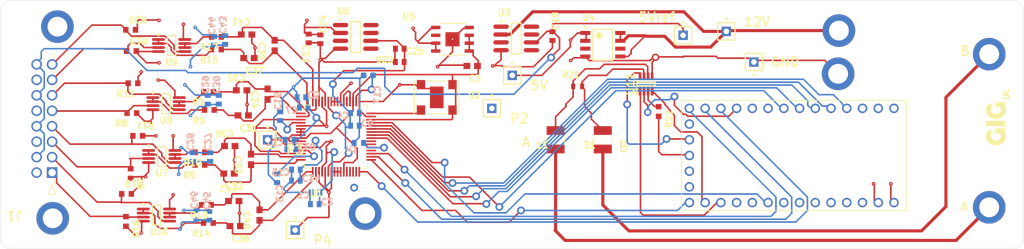
<source format=kicad_pcb>
(kicad_pcb (version 20211014) (generator pcbnew)
  (layers (0 "F.Cu" signal "Top Layer") (1 "In1.Cu" power "GND") (2 "In2.Cu" power "5V") (31 "B.Cu" signal "Bottom Layer") (34 "B.Paste" user "Bottom Paste") (35 "F.Paste" user "Top Paste") (36 "B.SilkS" user "Bottom Overlay") (37 "F.SilkS" user "Top Overlay") (38 "B.Mask" user "Bottom Solder") (39 "F.Mask" user "Top Solder") (44 "Edge.Cuts" user))
  (net 0 "")
  (net 1 "3.3MCU")
  (net 2 "VCM")
  (net 3 "V4ref")
  (net 4 "V3ref")
  (net 5 "SYNC")
  (net 6 "SDO")
  (net 7 "SDI")
  (net 8 "SCLK")
  (net 9 "RS485TX")
  (net 10 "RS485RX")
  (net 11 "AIN1-")
  (net 12 "AIN3-")
  (net 13 "AIN1+")
  (net 14 "AIN3+")
  (net 15 "AIN2-")
  (net 16 "AIN0-")
  (net 17 "AIN0+")
  (net 18 "AIN2+")
  (net 19 "MODE")
  (net 20 "IN3-")
  (net 21 "IN3+")
  (net 22 "IN2-")
  (net 23 "IN2+")
  (net 24 "IN1-")
  (net 25 "IN1+")
  (net 26 "IN0-")
  (net 27 "IN0+")
  (net 28 "GND")
  (net 29 "DRDY")
  (net 30 "DOUT3")
  (net 31 "DOUT2")
  (net 32 "DOUT1")
  (net 33 "DOUT0")
  (net 34 "DCLK")
  (net 35 "CS")
  (net 36 "B")
  (net 37 "A")
  (net 38 "12V")
  (net 39 "5V")
  (net 40 "5V ref")
  (net 41 "Net-(11-Pad1)")
  (net 42 "Net-(31-Pad1)")
  (net 43 "Net-(C16-Pad2)")
  (net 44 "Net-(R1-Pad1)")
  (net 45 "Net-(R5-Pad1)")
  (net 46 "Net-(R6-Pad1)")
  (net 47 "Net-(R9-Pad1)")
  (net 55 "Net-(U1-Pad32)")
  (net 70 "Net-(R10-Pad1)")
  (net 71 "Net-(R14-Pad1)")
  (net 72 "Net-(R15-Pad1)")
  (net 73 "Net-(R17-Pad1)")
  (net 90 "Net-(C13-Pad2)")
  (net 91 "Net-(C17-Pad2)")
  (net 92 "Net-(R18-Pad1)")
  (net 93 "+5V")
  (net 94 "Net-(R22-Pad2)")
  (footprint "lib:CAPC1608X90" (layer "F.Cu") (at 104.8631 93.891059)
    (fp_text reference "C35")
    (fp_text value "120pF" hide)
  )
  (footprint "lib:RESC1608X55N" (layer "F.Cu") (at 86.9561 84.112059 180)
    (fp_text reference "R20")
    (fp_text value "1M" hide)
  )
  (footprint "lib:CAPC1608X90" (layer "F.Cu") (at 110.1971 86.652059 90)
    (fp_text reference "C39")
    (fp_text value "330pF" hide)
  )
  (footprint "lib:PIN1" (layer "F.Cu") (at 145.2491 96.812059)
    (fp_text reference "P2")
    (fp_text value "Plug" hide)
  )
  (footprint "lib:CAPC1608X90N" (layer "F.Cu") (at 130.3901 89.319059)
    (fp_text reference "C25")
    (fp_text value "1u" hide)
  )
  (footprint "lib:RESC1608X55N" (layer "F.Cu") (at 98.1321 103.924059)
    (fp_text reference "R10")
    (fp_text value "33" hide)
  )
  (footprint "lib:CAPC3326X280N" (layer "F.Cu") (at 163.1561 101.892059 -90)
    (fp_text reference "31")
    (fp_text value "0.47uF-250V" hide)
  )
  (footprint "lib_test:PIN1" (layer "F.Cu") (at 187.5401 89.319059 180)
    (fp_text reference "GND")
    (fp_text value "Plug" hide)
  )
  (footprint "lib:ADI-R-8_M" (layer "F.Cu") (at 123.2781 85.255059)
    (fp_text reference "U6")
    (fp_text value "ADR4540BRZ" hide)
  )
  (footprint "lib:RESC1608X55N" (layer "F.Cu") (at 86.1941 115.100059 90)
    (fp_text reference "R16")
    (fp_text value "1M" hide)
  )
  (footprint "lib:CAPC1608X90" (layer "F.Cu") (at 102.8311 107.353059 180)
    (fp_text reference "C32")
    (fp_text value "120pF" hide)
  )
  (footprint "lib:MODULE_DEV-15583" (layer "F.Cu") (at 193.6361 104.432059 -90)
    (fp_text reference "Teensy1" hide)
    (fp_text value "DEV-15583" hide)
  )
  (footprint "lib:CAPC1608X90" (layer "F.Cu") (at 103.819978 115.848353 180)
    (fp_text reference "C38")
    (fp_text value "120pF" hide)
  )
  (footprint "lib:CAPC1608X90" (layer "F.Cu") (at 107.756978 114.070353 90)
    (fp_text reference "C40")
    (fp_text value "330pF" hide)
  )
  (footprint "lib_test:PIN1" (layer "F.Cu") (at 183.0951 84.366059)
    (fp_text reference "12V")
    (fp_text value "Plug" hide)
  )
  (footprint "lib:CAPC1608X90" (layer "F.Cu") (at 105.6641 84.874059)
    (fp_text reference "C41")
    (fp_text value "120pF" hide)
  )
  (footprint "lib:CAPC1608X90" (layer "F.Cu") (at 109.0541 94.526059 90)
    (fp_text reference "C34")
    (fp_text value "330pF" hide)
  )
  (footprint "lib:RESC1608X55N" (layer "F.Cu") (at 100.7991 85.255059)
    (fp_text reference "R17")
    (fp_text value "33" hide)
  )
  (footprint "lib:RESC1608X55N" (layer "F.Cu") (at 87.3371 92.748059)
    (fp_text reference "R12")
    (fp_text value "1M" hide)
  )
  (footprint "lib:CAPC1608X90" (layer "F.Cu") (at 105.1171 97.955059 180)
    (fp_text reference "C31")
    (fp_text value "120pF" hide)
  )
  (footprint "lib:ADI-R-8_M" (layer "F.Cu") (at 149.1861 85.509059)
    (fp_text reference "U3")
    (fp_text value "ADR435BRZ" hide)
  )
  (footprint "lib:RESC1608X55N" (layer "F.Cu") (at 99.5291 94.145059)
    (fp_text reference "R9")
    (fp_text value "33" hide)
  )
  (footprint "lib:CAPC1608X90" (layer "F.Cu") (at 142.0741 89.954059 180)
    (fp_text reference "C3")
    (fp_text value "2.2uF" hide)
  )
  (footprint "lib:RESC1608X55N" (layer "F.Cu") (at 172.1731 97.320059 90)
    (fp_text reference "R22")
    (fp_text value "1.5k" hide)
  )
  (footprint "lib:RESC1608X55N" (layer "F.Cu") (at 98.1321 105.956059)
    (fp_text reference "R5")
    (fp_text value "33" hide)
  )
  (footprint "lib:ADI-RM-8_M" (layer "F.Cu") (at 92.6711 96.050059)
    (fp_text reference "U8")
    (fp_text value "ADA4841-2YRMZ-RL" hide)
  )
  (footprint "lib:SOIC_08_EP_3P9X4P9_ADI" (layer "F.Cu") (at 138.8991 85.636059 180)
    (fp_text reference "U5")
    (fp_text value "ADP7118ARDZ-3.3-R7" hide)
  )
  (footprint "lib:CAPC1608X90" (layer "F.Cu") (at 102.9581 102.908059)
    (fp_text reference "C36")
    (fp_text value "120pF" hide)
  )
  (footprint "lib:RESC1608X55N" (layer "F.Cu") (at 87.0831 87.541059 180)
    (fp_text reference "R13")
    (fp_text value "1M" hide)
  )
  (footprint "lib:CAPC1608X90N" (layer "F.Cu") (at 130.3901 87.160059 180)
    (fp_text reference "C26")
    (fp_text value "0.1uF" hide)
  )
  (footprint "lib:CAPC1608X90" (layer "F.Cu") (at 106.3871 105.067059 90)
    (fp_text reference "C33")
    (fp_text value "330pF" hide)
  )
  (footprint "lib:ADI-RM-8_M" (layer "F.Cu") (at 91.119978 114.070353)
    (fp_text reference "U10")
    (fp_text value "ADA4841-2YRMZ-RL" hide)
  )
  (footprint "lib:CAPC1608X90N" (layer "F.Cu") (at 115.684102 85.509059 90)
    (fp_text reference "C23")
    (fp_text value "1u" hide)
  )
  (footprint "lib_test:PIN1" (layer "F.Cu") (at 176.1101 85.001059)
    (fp_text reference "5Vref")
    (fp_text value "Plug" hide)
  )
  (footprint "lib:CAPC1608X90N" (layer "F.Cu") (at 155.0281 85.128059 -90)
    (fp_text reference "C18")
    (fp_text value "0.1uF" hide)
  )
  (footprint "lib:RESC1608X55N" (layer "F.Cu") (at 99.501978 115.340353)
    (fp_text reference "R14")
    (fp_text value "33" hide)
  )
  (footprint "lib:ADI-RM-8_M" (layer "F.Cu") (at 93.5601 86.652059)
    (fp_text reference "U9")
    (fp_text value "ADA4841-2YRMZ-RL" hide)
  )
  (footprint "lib:RESC1608X55N" (layer "F.Cu") (at 86.9561 107.353059 90)
    (fp_text reference "R7")
    (fp_text value "1M" hide)
  )
  (footprint "lib:CAPC3326X280N" (layer "F.Cu") (at 155.5361 101.892059 -90)
    (fp_text reference "11")
    (fp_text value "0.47uF-250V" hide)
  )
  (footprint "lib:CAPC1608X90" (layer "F.Cu") (at 103.5931 111.798059)
    (fp_text reference "C42")
    (fp_text value "120pF" hide)
  )
  (footprint "lib:PIN1" (layer "F.Cu") (at 113.4991 116.497059)
    (fp_text reference "P4")
    (fp_text value "Plug" hide)
  )
  (footprint "lib:RESC1608X55N" (layer "F.Cu") (at 86.293978 110.641353 180)
    (fp_text reference "R19")
    (fp_text value "1M" hide)
  )
  (footprint "lib:RESC1608X55N" (layer "F.Cu") (at 99.178979 112.419353)
    (fp_text reference "R18")
    (fp_text value "33" hide)
  )
  (footprint "lib:D0008A_M" (layer "F.Cu") (at 163.1561 86.525059)
    (fp_text reference "U4")
    (fp_text value "REG103UA-5" hide)
  )
  (footprint "lib:RESC1608X55N" (layer "F.Cu") (at 100.7991 87.287059)
    (fp_text reference "R15")
    (fp_text value "33" hide)
  )
  (footprint "lib:QFP50P1200X1200X160-64N" (layer "F.Cu") (at 120.1031 101.384059 90)
    (fp_text reference "U1")
    (fp_text value "AD7768-4BSTZ" hide)
  )
  (footprint "lib:CAPC1608X90" (layer "F.Cu") (at 106.0451 88.684059 180)
    (fp_text reference "C37")
    (fp_text value "120pF" hide)
  )
  (footprint "THVD8000:SOT65P280X110-8N" (layer "F.Cu") (at 170.1411 92.875059 90)
    (fp_text reference "U11")
    (fp_text value "THVD8000DDFR" hide)
  )
  (footprint "lib:DFN4_7X5_MCH" (layer "F.Cu") (at 136.3591 95.034059 -90)
    (fp_text reference "U2")
    (fp_text value "DSC1001AI2-032.7680" hide)
  )
  (footprint "lib:PIN1" (layer "F.Cu") (at 109.0541 101.892059)
    (fp_text reference "P3")
    (fp_text value "Plug" hide)
  )
  (footprint "lib:RES_ERA3AEB121V" (layer "F.Cu") (at 159.0921 93.256059)
    (fp_text reference "R21")
    (fp_text value "120" hide)
  )
  (footprint "lib_test:PIN1" (layer "F.Cu") (at 148.5511 91.478059)
    (fp_text reference "5V")
    (fp_text value "Plug" hide)
  )
  (footprint "lib:RESC1608X55N" (layer "F.Cu") (at 99.6561 97.066059)
    (fp_text reference "R6")
    (fp_text value "33" hide)
  )
  (footprint "lib:ADI-RM-8_M" (layer "F.Cu") (at 91.981856 104.597507)
    (fp_text reference "U7")
    (fp_text value "ADA4841-2YRMZ-RL" hide)
  )
  (footprint "lib:RESC1608X55N" (layer "F.Cu") (at 88.0991 101.257059 180)
    (fp_text reference "R11")
    (fp_text value "1M" hide)
  )
  (footprint "lib:CON_1053141216" (layer "F.Cu") (at 74.2841 107.200024 -90)
    (fp_text reference "J1")
    (fp_text value "1053141216" hide)
  )
  (footprint "lib:RESC1608X55N" (layer "F.Cu") (at 87.1521 97.574059)
    (fp_text reference "R8")
    (fp_text value "1M" hide)
  )
  (footprint "lib:CAPC1608X90N" (layer "F.Cu") (at 117.5631 85.636059 -90)
    (fp_text reference "C24")
    (fp_text value "0.1uF" hide)
  )
  (footprint "lib:CAPC1608X90N" (layer "B.Cu") (at 123.1511 99.606059 180)
    (fp_text reference "C6")
    (fp_text value "1u" hide)
  )
  (footprint "lib:CAPC1608X90N" (layer "B.Cu") (at 113.6261 106.718059)
    (fp_text reference "C15")
    (fp_text value "1u" hide)
  )
  (footprint "lib:CAPC1608X90N" (layer "B.Cu") (at 123.1511 97.574059)
    (fp_text reference "C4")
    (fp_text value "0.1uF" hide)
  )
  (footprint "lib:CAPC1608X90N" (layer "B.Cu") (at 97.596978 114.070353 -90)
    (fp_text reference "C46")
    (fp_text value "0.1uF" hide)
  )
  (footprint "lib:CAPC1608X90N" (layer "B.Cu") (at 100.4181 85.890059 -90)
    (fp_text reference "C44")
    (fp_text value "1u" hide)
  )
  (footprint "lib:CAPC1608X90N" (layer "B.Cu") (at 112.6101 101.892059)
    (fp_text reference "C11")
    (fp_text value "1u" hide)
  )
  (footprint "lib:CAPC1608X9N" (layer "B.Cu") (at 125.3101 91.478059)
    (fp_text reference "C17")
    (fp_text value "10uF" hide)
  )
  (footprint "lib:CAPC1608X90N" (layer "B.Cu") (at 99.628978 114.197353 -90)
    (fp_text reference "C45")
    (fp_text value "1u" hide)
  )
  (footprint "lib:RESC1508X55N" (layer "B.Cu") (at 123.7861 102.400059 180)
    (fp_text reference "R1")
    (fp_text value "100" hide)
  )
  (footprint "lib:CAPC1608X90N" (layer "B.Cu") (at 110.5781 108.115059 90)
    (fp_text reference "C13")
    (fp_text value "1u" hide)
  )
  (footprint "lib:CAPC1608X90N" (layer "B.Cu") (at 101.1801 95.415059 -90)
    (fp_text reference "C30")
    (fp_text value "1u" hide)
  )
  (footprint "lib:CAPC1608X90N" (layer "B.Cu") (at 102.1961 85.763059 -90)
    (fp_text reference "C43")
    (fp_text value "0.1uF" hide)
  )
  (footprint "lib:CAPC1608X90N" (layer "B.Cu") (at 99.4021 95.415059 -90)
    (fp_text reference "C29")
    (fp_text value "0.1uF" hide)
  )
  (footprint "lib:CAPC1608X90N" (layer "B.Cu") (at 113.6261 108.496059 180)
    (fp_text reference "C14")
    (fp_text value "0.1uF" hide)
  )
  (footprint "lib:CAPC1608X90N" (layer "B.Cu") (at 116.6741 112.306059 180)
    (fp_text reference "C2")
    (fp_text value "0.1uF" hide)
  )
  (footprint "lib:CAPC1608X90N" (layer "B.Cu") (at 96.9891 104.686059 -90)
    (fp_text reference "C28")
    (fp_text value "1u" hide)
  )
  (footprint "lib:CAPC1608X90N" (layer "B.Cu") (at 112.8641 103.416059 180)
    (fp_text reference "C10")
    (fp_text value "0.1uF" hide)
  )
  (footprint "lib:CAPC1608X90N" (layer "B.Cu") (at 99.7831 104.686059 -90)
    (fp_text reference "C27")
    (fp_text value "0.1uF" hide)
  )
  (footprint "lib:CAPC1608X90N" (layer "B.Cu") (at 116.8011 110.401059)
    (fp_text reference "C1")
    (fp_text value "1u" hide)
  )
  (footprint "lib:CAPC1608X90N" (layer "B.Cu") (at 114.5151 95.034059 180)
    (fp_text reference "C5")
    (fp_text value "0.1uF" hide)
  )
  (footprint "lib:CAPC1608X90N" (layer "B.Cu") (at 111.0861 98.082059 -90)
    (fp_text reference "C16")
    (fp_text value "1u" hide)
  )
  (footprint "lib:CAPC1608X90N" (layer "B.Cu") (at 114.8961 96.685059)
    (fp_text reference "C7")
    (fp_text value "1u" hide)
  )
  (gr_poly (pts (xy 227.371775 98.42246) (xy 227.118817 98.42246) (xy 227.118817 98.50678) (xy 226.106982 98.50678) (xy 226.106982 98.42246) (xy 225.854021 98.42246) (xy 225.854021 98.338142) (xy 225.685383 98.338142) (xy 225.685383 98.253821) (xy 225.516745 98.253821) (xy 225.516745 98.169501) (xy 225.432425 98.169501) (xy 225.432425 98.085181) (xy 225.348104 98.085181) (xy 225.348104 98.000863) (xy 225.263784 98.000863) (xy 225.263784 97.916542) (xy 225.179466 97.916542) (xy 225.179466 97.747904) (xy 225.095146 97.747904) (xy 225.095146 97.579263) (xy 225.010825 97.579263) (xy 225.010825 96.651747) (xy 225.095146 96.651747) (xy 225.095146 96.398788) (xy 225.179466 96.398788) (xy 225.179466 96.314468) (xy 225.263784 96.314468) (xy 225.263784 96.23015) (xy 225.348104 96.23015) (xy 225.348104 96.14583) (xy 225.432425 96.14583) (xy 225.432425 96.061509) (xy 225.516745 96.061509) (xy 225.516745 95.977189) (xy 225.685383 95.977189) (xy 225.685383 96.061509) (xy 225.769704 96.061509) (xy 225.769704 96.14583) (xy 225.938342 96.14583) (xy 225.938342 96.23015) (xy 226.022662 96.23015) (xy 226.022662 96.314468) (xy 226.106982 96.314468) (xy 226.106982 96.483109) (xy 226.022662 96.483109) (xy 226.022662 96.567427) (xy 225.938342 96.567427) (xy 225.938342 96.736067) (xy 225.854021 96.736067) (xy 225.854021 96.904705) (xy 225.769704 96.904705) (xy 225.769704 97.157664) (xy 225.854021 97.157664) (xy 225.854021 97.410625) (xy 225.938342 97.410625) (xy 225.938342 97.494943) (xy 226.022662 97.494943) (xy 226.022662 97.579263) (xy 226.1913 97.579263) (xy 226.1913 97.663584) (xy 226.359941 97.663584) (xy 226.359941 97.747904) (xy 226.865858 97.747904) (xy 226.865858 97.663584) (xy 227.034499 97.663584) (xy 227.034499 97.579263) (xy 227.203137 97.579263) (xy 227.203137 97.494943) (xy 227.287458 97.494943) (xy 227.287458 97.326305) (xy 227.371775 97.326305) (xy 227.371775 96.651747) (xy 227.287458 96.651747) (xy 227.287458 96.567427) (xy 226.865858 96.567427) (xy 226.865858 96.651747) (xy 226.528579 96.651747) (xy 226.528579 96.567427) (xy 226.444259 96.567427) (xy 226.444259 96.483109) (xy 226.528579 96.483109) (xy 226.528579 95.892871) (xy 226.444259 95.892871) (xy 226.444259 95.808551) (xy 226.528579 95.808551) (xy 226.528579 95.72423) (xy 226.781538 95.72423) (xy 226.781538 95.808551) (xy 227.709054 95.808551) (xy 227.709054 95.72423) (xy 228.130654 95.72423) (xy 228.130654 96.061509) (xy 228.046333 96.061509) (xy 228.046333 96.398788) (xy 228.130654 96.398788) (xy 228.130654 96.651747) (xy 228.214974 96.651747) (xy 228.214974 97.494943) (xy 228.130654 97.494943) (xy 228.130654 97.663584) (xy 228.046333 97.663584) (xy 228.046333 97.832222) (xy 227.962013 97.832222) (xy 227.962013 98.000863) (xy 227.877695 98.000863) (xy 227.877695 98.085181) (xy 227.793375 98.085181) (xy 227.793375 98.169501) (xy 227.624737 98.169501) (xy 227.624737 98.253821) (xy 227.540416 98.253821) (xy 227.540416 98.338142) (xy 227.371775 98.338142)) (layer "F.SilkS") (width 0) (fill solid))
  (gr_poly (pts (xy 227.793375 94.037838) (xy 228.130654 94.037838) (xy 228.130654 94.122156) (xy 228.467933 94.122156) (xy 228.467933 94.037838) (xy 228.552253 94.037838) (xy 228.552253 93.700559) (xy 228.805212 93.700559) (xy 228.805212 94.290797) (xy 228.720891 94.290797) (xy 228.720891 94.375117) (xy 227.709054 94.375117) (xy 227.709054 94.122156) (xy 227.793375 94.122156)) (layer "F.SilkS") (width 0) (fill solid))
  (gr_poly (pts (xy 226.444259 98.844059) (xy 228.130654 98.844059) (xy 228.130654 99.771576) (xy 227.877695 99.771576) (xy 227.877695 99.687255) (xy 225.010825 99.687255) (xy 225.010825 98.844059) (xy 226.359941 98.844059)) (layer "F.SilkS") (width 0) (fill solid))
  (gr_poly (pts (xy 226.528579 100.614772) (xy 226.528579 100.193172) (xy 226.444259 100.193172) (xy 226.444259 100.108855) (xy 226.528579 100.108855) (xy 226.528579 100.024534) (xy 228.130654 100.024534) (xy 228.130654 100.361813) (xy 228.046333 100.361813) (xy 228.046333 100.614772) (xy 228.130654 100.614772) (xy 228.130654 100.952051) (xy 228.214974 100.952051) (xy 228.214974 101.710927) (xy 228.130654 101.710927) (xy 228.130654 101.963888) (xy 228.046333 101.963888) (xy 228.046333 102.132526) (xy 227.962013 102.132526) (xy 227.962013 102.216846) (xy 227.877695 102.216846) (xy 227.877695 102.301164) (xy 227.793375 102.301164) (xy 227.793375 102.385484) (xy 227.709054 102.385484) (xy 227.709054 102.469805) (xy 227.624737 102.469805) (xy 227.624737 102.554125) (xy 227.456096 102.554125) (xy 227.456096 102.638443) (xy 227.287458 102.638443) (xy 227.287458 102.722763) (xy 226.950179 102.722763) (xy 226.950179 102.807084) (xy 226.275621 102.807084) (xy 226.275621 102.722763) (xy 225.938342 102.722763) (xy 225.938342 102.638443) (xy 225.769704 102.638443) (xy 225.769704 102.554125) (xy 225.601063 102.554125) (xy 225.601063 102.469805) (xy 225.516745 102.469805) (xy 225.516745 102.385484) (xy 225.432425 102.385484) (xy 225.432425 102.301164) (xy 225.348104 102.301164) (xy 225.348104 102.216846) (xy 225.263784 102.216846) (xy 225.263784 102.132526) (xy 225.179466 102.132526) (xy 225.179466 102.048205) (xy 225.095146 102.048205) (xy 225.095146 101.795247) (xy 225.010825 101.795247) (xy 225.010825 100.86773) (xy 225.095146 100.86773) (xy 225.095146 100.699092) (xy 225.179466 100.699092) (xy 225.179466 100.530451) (xy 225.263784 100.530451) (xy 225.263784 100.446134) (xy 225.348104 100.446134) (xy 225.348104 100.361813) (xy 225.432425 100.361813) (xy 225.432425 100.277493) (xy 225.769704 100.277493) (xy 225.769704 100.361813) (xy 225.854021 100.361813) (xy 225.854021 100.446134) (xy 225.938342 100.446134) (xy 225.938342 100.530451) (xy 226.106982 100.530451) (xy 226.106982 100.78341) (xy 226.022662 100.78341) (xy 226.022662 100.86773) (xy 225.938342 100.86773) (xy 225.938342 100.952051) (xy 225.854021 100.952051) (xy 225.854021 101.205009) (xy 225.769704 101.205009) (xy 225.769704 101.457968) (xy 225.854021 101.457968) (xy 225.854021 101.626609) (xy 225.938342 101.626609) (xy 225.938342 101.795247) (xy 226.106982 101.795247) (xy 226.106982 101.879567) (xy 226.275621 101.879567) (xy 226.275621 101.963888) (xy 226.950179 101.963888) (xy 226.950179 101.879567) (xy 227.118817 101.879567) (xy 227.118817 101.795247) (xy 227.203137 101.795247) (xy 227.203137 101.710927) (xy 227.287458 101.710927) (xy 227.287458 101.626609) (xy 227.371775 101.626609) (xy 227.371775 100.952051) (xy 227.287458 100.952051) (xy 227.287458 100.86773) (xy 226.444259 100.86773) (xy 226.444259 100.699092) (xy 226.528579 100.699092)) (layer "F.SilkS") (width 0) (fill solid))
  (gr_poly (pts (xy 228.214974 95.049672) (xy 228.552253 95.049672) (xy 228.552253 94.796714) (xy 227.793375 94.796714) (xy 227.793375 94.712396) (xy 227.709054 94.712396) (xy 227.709054 94.543755) (xy 227.793375 94.543755) (xy 227.793375 94.459435) (xy 228.552253 94.459435) (xy 228.552253 94.543755) (xy 228.720891 94.543755) (xy 228.720891 94.712396) (xy 228.805212 94.712396) (xy 228.805212 95.133993) (xy 228.720891 95.133993) (xy 228.720891 95.302634) (xy 227.709054 95.302634) (xy 227.709054 95.049672) (xy 228.130654 95.049672)) (layer "F.SilkS") (width 0) (fill solid))
  (gr_line (start 231.0011 80.418061) (end 231.0011 118.418059) (layer "Edge.Cuts") (width 0.05))
  (gr_line (start 67.0011 119.418059) (end 66.0011 118.418059) (layer "Edge.Cuts") (width 0.05))
  (gr_line (start 230.0011 79.418059) (end 231.0011 80.418061) (layer "Edge.Cuts") (width 0.05))
  (gr_line (start 66.0011 118.418059) (end 66.0011 80.418061) (layer "Edge.Cuts") (width 0.05))
  (gr_line (start 66.0011 80.418061) (end 67.0011 79.418059) (layer "Edge.Cuts") (width 0.05))
  (gr_line (start 230.0011 119.418059) (end 67.0011 119.418059) (layer "Edge.Cuts") (width 0.05))
  (gr_line (start 231.0011 118.418059) (end 230.0011 119.418059) (layer "Edge.Cuts") (width 0.05))
  (gr_line (start 67.0011 79.418059) (end 230.0011 79.418059) (layer "Edge.Cuts") (width 0.05))
  (gr_text "A" (at 220.6871 113.576059) (layer "F.SilkS") (effects (font (size 1.524 1.524) (thickness 0.254)) (justify left bottom)))
  (gr_text "A" (at 149.9481 103.162059) (layer "F.SilkS") (effects (font (size 1.524 1.524) (thickness 0.254)) (justify left bottom)))
  (gr_text "B" (at 165.5691 103.924059) (layer "F.SilkS") (effects (font (size 1.524 1.524) (thickness 0.254)) (justify left bottom)))
  (gr_text "B" (at 220.6871 88.430059) (layer "F.SilkS") (effects (font (size 1.524 1.524) (thickness 0.254)) (justify left bottom)))
  (via (at 123.0241 109.639059) (size 1.27) (drill 0.711) (layers "F.Cu" "B.Cu") (net 0))
  (segment (start 173.4431 101.765059) (end 176.6181 101.765059) (width 0.254) (layer "F.Cu") (net 1))
  (segment (start 167.0931 92.240059) (end 168.243956 91.089203) (width 0.254) (layer "F.Cu") (net 1))
  (segment (start 167.0931 96.177059) (end 167.0931 92.240059) (width 0.254) (layer "F.Cu") (net 1))
  (segment (start 168.243956 91.089203) (end 169.1661 91.089203) (width 0.254) (layer "F.Cu") (net 1))
  (via (at 167.0931 96.177059) (size 1.27) (drill 0.7112) (layers "F.Cu" "B.Cu") (net 1))
  (via (at 173.4431 101.765059) (size 1.27) (drill 0.7112) (layers "F.Cu" "B.Cu") (net 1))
  (segment (start 167.0931 102.316206) (end 167.368891 102.591997) (width 0.254) (layer "B.Cu") (net 1))
  (segment (start 167.368891 102.591997) (end 172.616162 102.591997) (width 0.254) (layer "B.Cu") (net 1))
  (segment (start 167.0931 102.316206) (end 167.0931 96.177059) (width 0.254) (layer "B.Cu") (net 1))
  (segment (start 172.616162 102.591997) (end 173.4431 101.765059) (width 0.254) (layer "B.Cu") (net 1))
  (segment (start 109.0541 101.892059) (end 111.079052 101.892059) (width 0.254) (layer "F.Cu") (net 2))
  (segment (start 111.821052 102.634059) (end 114.4231 102.634059) (width 0.254) (layer "F.Cu") (net 2))
  (segment (start 111.079052 101.892059) (end 111.821052 102.634059) (width 0.254) (layer "F.Cu") (net 2))
  (segment (start 118.8861 106.311169) (end 118.8861 106.169114) (width 0.254) (layer "F.Cu") (net 3))
  (segment (start 131.1521 90.567268) (end 131.1521 89.381059) (width 0.254) (layer "F.Cu") (net 3))
  (segment (start 131.1651 89.244059) (end 131.1651 87.160059) (width 0.254) (layer "F.Cu") (net 3))
  (segment (start 118.8661 96.718059) (end 118.8661 95.717059) (width 0.254) (layer "F.Cu") (net 3))
  (segment (start 118.8661 106.331169) (end 118.8861 106.311169) (width 0.254) (layer "F.Cu") (net 3))
  (segment (start 131.003309 90.716059) (end 131.1521 90.567268) (width 0.254) (layer "F.Cu") (net 3))
  (segment (start 125.7281 85.890059) (end 129.9251 85.890059) (width 0.254) (layer "F.Cu") (net 3))
  (segment (start 119.607155 105.448059) (end 120.7381 105.448059) (width 0.254) (layer "F.Cu") (net 3))
  (segment (start 131.1651 87.160059) (end 131.1651 87.130059) (width 0.254) (layer "F.Cu") (net 3))
  (segment (start 118.8531 107.064059) (end 118.8661 107.051059) (width 0.254) (layer "F.Cu") (net 3))
  (segment (start 118.8661 107.051059) (end 118.8661 106.331169) (width 0.254) (layer "F.Cu") (net 3))
  (segment (start 118.8861 106.169114) (end 119.607155 105.448059) (width 0.254) (layer "F.Cu") (net 3))
  (segment (start 119.8491 92.240059) (end 121.3731 90.716059) (width 0.254) (layer "F.Cu") (net 3))
  (segment (start 118.8531 95.704059) (end 118.8661 95.717059) (width 0.254) (layer "F.Cu") (net 3))
  (segment (start 129.9251 85.890059) (end 131.1651 87.130059) (width 0.254) (layer "F.Cu") (net 3))
  (segment (start 131.0901 89.319059) (end 131.1521 89.381059) (width 0.254) (layer "F.Cu") (net 3))
  (segment (start 118.8661 96.718059) (end 120.1031 97.955059) (width 0.254) (layer "F.Cu") (net 3))
  (segment (start 131.0901 89.319059) (end 131.1651 89.244059) (width 0.254) (layer "F.Cu") (net 3))
  (segment (start 120.7381 105.448059) (end 122.1351 104.051059) (width 0.254) (layer "F.Cu") (net 3))
  (segment (start 121.3731 90.716059) (end 131.003309 90.716059) (width 0.254) (layer "F.Cu") (net 3))
  (via (at 120.1031 97.955059) (size 1.27) (drill 0.7112) (layers "F.Cu" "B.Cu") (net 3))
  (via (at 119.5951 92.894059) (size 1.27) (drill 0.7112) (layers "F.Cu" "B.Cu") (net 3))
  (via (at 122.1351 104.051059) (size 1.27) (drill 0.7112) (layers "F.Cu" "B.Cu") (net 3))
  (segment (start 121.6271 103.268132) (end 121.6271 99.860059) (width 0.254) (layer "B.Cu") (net 3))
  (segment (start 122.3761 99.531059) (end 122.4511 99.606059) (width 0.254) (layer "B.Cu") (net 3))
  (segment (start 120.1031 97.955059) (end 120.155907 97.955059) (width 0.254) (layer "B.Cu") (net 3))
  (segment (start 122.1351 104.051059) (end 122.1351 103.776132) (width 0.254) (layer "B.Cu") (net 3))
  (segment (start 121.6271 103.268132) (end 122.1351 103.776132) (width 0.254) (layer "B.Cu") (net 3))
  (segment (start 122.1971 99.860059) (end 122.4511 99.606059) (width 0.254) (layer "B.Cu") (net 3))
  (segment (start 122.3761 99.531059) (end 122.3761 97.604059) (width 0.254) (layer "B.Cu") (net 3))
  (segment (start 119.5951 94.763059) (end 122.209601 97.37756) (width 0.254) (layer "B.Cu") (net 3))
  (segment (start 121.6271 99.860059) (end 122.1971 99.860059) (width 0.254) (layer "B.Cu") (net 3))
  (segment (start 122.209601 97.770558) (end 122.209601 97.37756) (width 0.254) (layer "B.Cu") (net 3))
  (segment (start 120.155907 97.955059) (end 121.6271 99.426252) (width 0.254) (layer "B.Cu") (net 3))
  (segment (start 122.209601 97.770558) (end 122.3761 97.604059) (width 0.254) (layer "B.Cu") (net 3))
  (segment (start 121.6271 99.860059) (end 121.6271 99.426252) (width 0.254) (layer "B.Cu") (net 3))
  (segment (start 119.5951 94.763059) (end 119.5951 92.894059) (width 0.254) (layer "B.Cu") (net 3))
  (segment (start 142.0741 87.541059) (end 142.2265 87.693459) (width 0.254) (layer "F.Cu") (net 4))
  (segment (start 122.8401 97.250059) (end 122.8401 95.717059) (width 0.254) (layer "F.Cu") (net 4))
  (segment (start 143.051098 91.202268) (end 143.051098 90.081059) (width 0.254) (layer "F.Cu") (net 4))
  (segment (start 120.1666 99.923559) (end 122.8401 97.250059) (width 0.254) (layer "F.Cu") (net 4))
  (segment (start 125.7831 98.634059) (end 138.750309 98.634059) (width 0.254) (layer "F.Cu") (net 4))
  (segment (start 143.0511 90.081059) (end 143.0511 89.113059) (width 0.254) (layer "F.Cu") (net 4))
  (segment (start 123.5321 104.885059) (end 123.5321 103.289054) (width 0.254) (layer "F.Cu") (net 4))
  (segment (start 114.4361 101.621059) (end 115.298045 101.621059) (width 0.254) (layer "F.Cu") (net 4))
  (segment (start 116.043045 100.876059) (end 119.2141 100.876059) (width 0.254) (layer "F.Cu") (net 4))
  (segment (start 141.6042 87.541059) (end 142.0741 87.541059) (width 0.254) (layer "F.Cu") (net 4))
  (segment (start 121.3661 107.051059) (end 121.3661 105.72385) (width 0.254) (layer "F.Cu") (net 4))
  (segment (start 138.750309 98.634059) (end 138.8991 98.485269) (width 0.254) (layer "F.Cu") (net 4))
  (segment (start 125.9451 91.351059) (end 138.8991 91.351059) (width 0.254) (layer "F.Cu") (net 4))
  (segment (start 122.8661 94.430059) (end 125.9451 91.351059) (width 0.254) (layer "F.Cu") (net 4))
  (segment (start 122.8421 105.575059) (end 123.5321 104.885059) (width 0.254) (layer "F.Cu") (net 4))
  (segment (start 138.8991 91.351059) (end 142.902308 91.351059) (width 0.254) (layer "F.Cu") (net 4))
  (segment (start 114.4231 101.634059) (end 114.4361 101.621059) (width 0.254) (layer "F.Cu") (net 4))
  (segment (start 122.8401 95.717059) (end 122.8531 95.704059) (width 0.254) (layer "F.Cu") (net 4))
  (segment (start 115.298045 101.621059) (end 116.043045 100.876059) (width 0.254) (layer "F.Cu") (net 4))
  (segment (start 141.6042 87.541059) (end 141.6042 86.271059) (width 0.254) (layer "F.Cu") (net 4))
  (segment (start 138.8991 92.98166) (end 139.4071 93.48966) (width 0.254) (layer "F.Cu") (net 4))
  (segment (start 138.8991 92.98166) (end 138.8991 91.351059) (width 0.254) (layer "F.Cu") (net 4))
  (segment (start 142.2265 88.288459) (end 142.2265 87.693459) (width 0.254) (layer "F.Cu") (net 4))
  (segment (start 121.51489 105.575059) (end 122.8421 105.575059) (width 0.254) (layer "F.Cu") (net 4))
  (segment (start 122.8531 95.704059) (end 122.8661 95.691059) (width 0.254) (layer "F.Cu") (net 4))
  (segment (start 142.2265 88.288459) (end 143.0511 89.113059) (width 0.254) (layer "F.Cu") (net 4))
  (segment (start 142.902308 91.351059) (end 143.051098 91.202268) (width 0.254) (layer "F.Cu") (net 4))
  (segment (start 139.4071 96.578458) (end 139.4071 93.48966) (width 0.254) (layer "F.Cu") (net 4))
  (segment (start 141.6042 86.271059) (end 141.6042 85.001059) (width 0.254) (layer "F.Cu") (net 4))
  (segment (start 138.8991 97.086458) (end 139.4071 96.578458) (width 0.254) (layer "F.Cu") (net 4))
  (segment (start 121.3531 107.064059) (end 121.3661 107.051059) (width 0.254) (layer "F.Cu") (net 4))
  (segment (start 121.3661 105.72385) (end 121.51489 105.575059) (width 0.254) (layer "F.Cu") (net 4))
  (segment (start 120.1666 99.923559) (end 123.5321 103.289054) (width 0.254) (layer "F.Cu") (net 4))
  (segment (start 138.8991 98.485269) (end 138.8991 97.086458) (width 0.254) (layer "F.Cu") (net 4))
  (segment (start 119.2141 100.876059) (end 120.166597 99.923562) (width 0.254) (layer "F.Cu") (net 4))
  (segment (start 122.8661 95.691059) (end 122.8661 94.430059) (width 0.254) (layer "F.Cu") (net 4))
  (segment (start 121.3531 94.68011) (end 121.993891 94.039319) (width 0.254) (layer "F.Cu") (net 5))
  (segment (start 121.3531 95.704059) (end 121.3531 94.68011) (width 0.254) (layer "F.Cu") (net 5))
  (segment (start 122.20431 94.039319) (end 122.3531 94.188109) (width 0.254) (layer "F.Cu") (net 5))
  (segment (start 122.3531 95.704059) (end 122.3531 94.188109) (width 0.254) (layer "F.Cu") (net 5))
  (segment (start 121.993891 94.039319) (end 122.20431 94.039319) (width 0.254) (layer "F.Cu") (net 5))
  (segment (start 128.5681 104.134059) (end 131.1521 106.718059) (width 0.254) (layer "F.Cu") (net 6))
  (segment (start 125.7831 104.134059) (end 128.5681 104.134059) (width 0.254) (layer "F.Cu") (net 6))
  (via (at 131.1521 106.718059) (size 1.27) (drill 0.7112) (layers "F.Cu" "B.Cu") (net 6))
  (segment (start 131.1521 106.718059) (end 138.7181 114.284059) (width 0.254) (layer "B.Cu") (net 6))
  (segment (start 191.0961 111.163059) (end 176.6181 96.685059) (width 0.254) (layer "B.Cu") (net 6))
  (segment (start 188.580268 114.284539) (end 190.270436 114.284539) (width 0.254) (layer "B.Cu") (net 6))
  (segment (start 191.0961 113.458875) (end 191.0961 111.163059) (width 0.254) (layer "B.Cu") (net 6))
  (segment (start 138.7181 114.284059) (end 188.579788 114.284059) (width 0.254) (layer "B.Cu") (net 6))
  (segment (start 188.579788 114.284059) (end 188.580268 114.284539) (width 0.254) (layer "B.Cu") (net 6))
  (segment (start 190.270436 114.284539) (end 191.0961 113.458875) (width 0.254) (layer "B.Cu") (net 6))
  (segment (start 131.172481 108.877059) (end 131.2791 108.877059) (width 0.254) (layer "F.Cu") (net 7))
  (segment (start 125.7831 104.634059) (end 126.929482 104.634059) (width 0.254) (layer "F.Cu") (net 7))
  (segment (start 126.929482 104.634059) (end 131.172481 108.877059) (width 0.254) (layer "F.Cu") (net 7))
  (via (at 131.2791 108.877059) (size 1.27) (drill 0.7112) (layers "F.Cu" "B.Cu") (net 7))
  (segment (start 193.6361 113.774179) (end 193.6361 111.163059) (width 0.254) (layer "B.Cu") (net 7))
  (segment (start 137.1401 114.738059) (end 192.67222 114.738059) (width 0.254) (layer "B.Cu") (net 7))
  (segment (start 192.67222 114.738059) (end 193.6361 113.774179) (width 0.254) (layer "B.Cu") (net 7))
  (segment (start 131.2791 108.877059) (end 137.1401 114.738059) (width 0.254) (layer "B.Cu") (net 7))
  (segment (start 193.6361 111.163059) (end 179.1581 96.685059) (width 0.254) (layer "B.Cu") (net 7))
  (segment (start 133.968641 113.3196) (end 139.39759 113.3196) (width 0.254) (layer "F.Cu") (net 8))
  (segment (start 139.39759 113.3196) (end 141.305049 115.227059) (width 0.254) (layer "F.Cu") (net 8))
  (segment (start 125.7831 105.134059) (end 133.968641 113.3196) (width 0.254) (layer "F.Cu") (net 8))
  (segment (start 148.0431 115.227059) (end 149.9481 113.322059) (width 0.254) (layer "F.Cu") (net 8))
  (segment (start 141.305049 115.227059) (end 148.0431 115.227059) (width 0.254) (layer "F.Cu") (net 8))
  (via (at 149.9481 113.322059) (size 1.27) (drill 0.7112) (layers "F.Cu" "B.Cu") (net 8))
  (segment (start 175.2211 113.322059) (end 176.6181 111.925059) (width 0.254) (layer "B.Cu") (net 8))
  (segment (start 149.9481 113.322059) (end 175.2211 113.322059) (width 0.254) (layer "B.Cu") (net 8))
  (segment (start 179.1581 101.384059) (end 179.1581 111.925059) (width 0.254) (layer "F.Cu") (net 9))
  (segment (start 174.652341 97.892334) (end 174.7131 97.963558) (width 0.254) (layer "F.Cu") (net 9))
  (segment (start 171.245167 94.210662) (end 171.350379 94.210662) (width 0.254) (layer "F.Cu") (net 9))
  (segment (start 171.350379 94.210662) (end 173.143725 96.004009) (width 0.254) (layer "F.Cu") (net 9))
  (segment (start 173.143733 96.123876) (end 174.652338 97.892331) (width 0.254) (layer "F.Cu") (net 9))
  (segment (start 178.3961 100.622059) (end 179.1581 101.384059) (width 0.254) (layer "F.Cu") (net 9))
  (segment (start 174.7131 97.963558) (end 174.7131 99.606059) (width 0.254) (layer "F.Cu") (net 9))
  (segment (start 171.1161 93.921999) (end 171.1161 93.390915) (width 0.254) (layer "F.Cu") (net 9))
  (segment (start 175.7291 100.622059) (end 178.3961 100.622059) (width 0.254) (layer "F.Cu") (net 9))
  (segment (start 171.1161 93.921999) (end 171.245167 94.210662) (width 0.254) (layer "F.Cu") (net 9))
  (segment (start 174.7131 99.606059) (end 175.7291 100.622059) (width 0.254) (layer "F.Cu") (net 9))
  (segment (start 173.143725 96.004009) (end 173.143733 96.123876) (width 0.254) (layer "F.Cu") (net 9))
  (segment (start 169.233032 113.662201) (end 169.233032 93.457847) (width 0.254) (layer "F.Cu") (net 10))
  (segment (start 169.1661 93.390915) (end 169.233032 93.457847) (width 0.254) (layer "F.Cu") (net 10))
  (segment (start 169.654891 114.084059) (end 179.5391 114.084059) (width 0.254) (layer "F.Cu") (net 10))
  (segment (start 169.233032 113.662201) (end 169.654891 114.084059) (width 0.254) (layer "F.Cu") (net 10))
  (segment (start 179.5391 114.084059) (end 181.6981 111.925059) (width 0.254) (layer "F.Cu") (net 10))
  (segment (start 106.479104 110.633479) (end 107.756978 111.911353) (width 0.254) (layer "F.Cu") (net 11))
  (segment (start 102.7931 111.798059) (end 103.265978 111.32518) (width 0.254) (layer "F.Cu") (net 11))
  (segment (start 103.265978 110.78227) (end 103.414769 110.633479) (width 0.254) (layer "F.Cu") (net 11))
  (segment (start 103.414769 110.633479) (end 106.479104 110.633479) (width 0.254) (layer "F.Cu") (net 11))
  (segment (start 102.071805 112.419353) (end 102.6931 111.798059) (width 0.254) (layer "F.Cu") (net 11))
  (segment (start 103.265978 111.32518) (end 103.265978 110.78227) (width 0.254) (layer "F.Cu") (net 11))
  (segment (start 115.313188 107.064059) (end 116.3531 107.064059) (width 0.254) (layer "F.Cu") (net 11))
  (segment (start 107.756978 113.220352) (end 109.156894 113.220352) (width 0.254) (layer "F.Cu") (net 11))
  (segment (start 107.756978 113.270352) (end 107.756978 111.911353) (width 0.254) (layer "F.Cu") (net 11))
  (segment (start 109.156894 113.220352) (end 115.313188 107.064059) (width 0.254) (layer "F.Cu") (net 11))
  (segment (start 102.6931 111.798059) (end 102.7931 111.798059) (width 0.254) (layer "F.Cu") (net 11))
  (segment (start 99.99898 112.419353) (end 102.071805 112.419353) (width 0.254) (layer "F.Cu") (net 11))
  (segment (start 104.9901 83.87985) (end 105.138891 83.731059) (width 0.254) (layer "F.Cu") (net 12))
  (segment (start 110.1971 85.802059) (end 110.1971 85.752059) (width 0.254) (layer "F.Cu") (net 12))
  (segment (start 101.6191 85.255059) (end 104.383098 85.255059) (width 0.254) (layer "F.Cu") (net 12))
  (segment (start 104.383098 85.255059) (end 104.764098 84.874059) (width 0.254) (layer "F.Cu") (net 12))
  (segment (start 104.814098 84.874059) (end 104.9901 84.698057) (width 0.254) (layer "F.Cu") (net 12))
  (segment (start 109.7741 85.379057) (end 109.824098 85.379057) (width 0.254) (layer "F.Cu") (net 12))
  (segment (start 110.1971 85.802059) (end 111.6331 85.802059) (width 0.254) (layer "F.Cu") (net 12))
  (segment (start 108.1261 83.731059) (end 109.7741 85.379057) (width 0.254) (layer "F.Cu") (net 12))
  (segment (start 116.3531 95.704059) (end 116.3531 90.522059) (width 0.254) (layer "F.Cu") (net 12))
  (segment (start 111.6331 85.802059) (end 116.3531 90.522059) (width 0.254) (layer "F.Cu") (net 12))
  (segment (start 109.824098 85.379057) (end 110.1971 85.752059) (width 0.254) (layer "F.Cu") (net 12))
  (segment (start 105.138891 83.731059) (end 108.1261 83.731059) (width 0.254) (layer "F.Cu") (net 12))
  (segment (start 104.9901 84.698057) (end 104.9901 83.87985) (width 0.254) (layer "F.Cu") (net 12))
  (segment (start 104.764098 84.874059) (end 104.814098 84.874059) (width 0.254) (layer "F.Cu") (net 12))
  (segment (start 100.321979 115.340353) (end 102.411977 115.340353) (width 0.254) (layer "F.Cu") (net 13))
  (segment (start 116.8401 107.939001) (end 116.8401 107.077059) (width 0.254) (layer "F.Cu") (net 13))
  (segment (start 107.756978 115.721353) (end 107.756978 114.920354) (width 0.254) (layer "F.Cu") (net 13))
  (segment (start 102.411977 115.340353) (end 102.919977 115.848353) (width 0.254) (layer "F.Cu") (net 13))
  (segment (start 106.359978 117.118353) (end 107.756978 115.721353) (width 0.254) (layer "F.Cu") (net 13))
  (segment (start 103.392978 116.969562) (end 103.392978 116.221355) (width 0.254) (layer "F.Cu") (net 13))
  (segment (start 107.756978 114.920354) (end 109.858747 114.920354) (width 0.254) (layer "F.Cu") (net 13))
  (segment (start 103.541769 117.118353) (end 106.359978 117.118353) (width 0.254) (layer "F.Cu") (net 13))
  (segment (start 102.919977 115.848353) (end 102.969977 115.848353) (width 0.254) (layer "F.Cu") (net 13))
  (segment (start 103.392978 116.969562) (end 103.541769 117.118353) (width 0.254) (layer "F.Cu") (net 13))
  (segment (start 109.858747 114.920354) (end 116.8401 107.939001) (width 0.254) (layer "F.Cu") (net 13))
  (segment (start 102.96998 115.848353) (end 103.019977 115.848353) (width 0.254) (layer "F.Cu") (net 13))
  (segment (start 103.019977 115.848353) (end 103.392978 116.221355) (width 0.254) (layer "F.Cu") (net 13))
  (segment (start 116.8401 107.077059) (end 116.8531 107.064059) (width 0.254) (layer "F.Cu") (net 13))
  (segment (start 105.195098 88.684059) (end 105.245098 88.684059) (width 0.254) (layer "F.Cu") (net 14))
  (segment (start 115.4041 96.431059) (end 116.060891 97.08785) (width 0.254) (layer "F.Cu") (net 14))
  (segment (start 105.245098 88.684059) (end 106.1261 89.565061) (width 0.254) (layer "F.Cu") (net 14))
  (segment (start 110.570104 87.925061) (end 115.4041 92.759057) (width 0.254) (layer "F.Cu") (net 14))
  (segment (start 116.8531 95.704059) (end 116.8661 95.717059) (width 0.254) (layer "F.Cu") (net 14))
  (segment (start 101.6191 87.287059) (end 104.6791 87.287059) (width 0.254) (layer "F.Cu") (net 14))
  (segment (start 115.4041 96.431059) (end 115.4041 92.759057) (width 0.254) (layer "F.Cu") (net 14))
  (segment (start 106.1261 89.565061) (end 108.1841 89.565061) (width 0.254) (layer "F.Cu") (net 14))
  (segment (start 116.717308 97.08785) (end 116.8661 96.939059) (width 0.254) (layer "F.Cu") (net 14))
  (segment (start 104.6791 87.287059) (end 105.195098 87.803057) (width 0.254) (layer "F.Cu") (net 14))
  (segment (start 105.195098 88.684059) (end 105.195098 87.803057) (width 0.254) (layer "F.Cu") (net 14))
  (segment (start 110.1971 87.552059) (end 110.570102 87.925061) (width 0.254) (layer "F.Cu") (net 14))
  (segment (start 110.1971 87.552059) (end 110.1971 87.502059) (width 0.254) (layer "F.Cu") (net 14))
  (segment (start 110.570102 87.925061) (end 110.570104 87.925061) (width 0.254) (layer "F.Cu") (net 14))
  (segment (start 116.060891 97.08785) (end 116.717308 97.08785) (width 0.254) (layer "F.Cu") (net 14))
  (segment (start 116.8661 96.939059) (end 116.8661 95.717059) (width 0.254) (layer "F.Cu") (net 14))
  (segment (start 108.1841 89.565061) (end 110.1971 87.552059) (width 0.254) (layer "F.Cu") (net 14))
  (segment (start 115.584102 98.134059) (end 115.732893 97.985267) (width 0.254) (layer "F.Cu") (net 15))
  (segment (start 107.086918 93.676059) (end 109.0541 93.676059) (width 0.254) (layer "F.Cu") (net 15))
  (segment (start 104.474102 92.502057) (end 105.912918 92.502057) (width 0.254) (layer "F.Cu") (net 15))
  (segment (start 109.427102 94.099059) (end 112.250045 94.099059) (width 0.254) (layer "F.Cu") (net 15))
  (segment (start 109.0541 93.726059) (end 109.0541 93.676059) (width 0.254) (layer "F.Cu") (net 15))
  (segment (start 100.3491 94.145059) (end 100.3491 94.075059) (width 0.254) (layer "F.Cu") (net 15))
  (segment (start 105.912918 92.502057) (end 107.086918 93.676059) (width 0.254) (layer "F.Cu") (net 15))
  (segment (start 104.0131 93.891059) (end 104.0131 92.963059) (width 0.254) (layer "F.Cu") (net 15))
  (segment (start 115.732893 97.985267) (end 115.732893 97.581908) (width 0.254) (layer "F.Cu") (net 15))
  (segment (start 109.0541 93.726059) (end 109.427102 94.099059) (width 0.254) (layer "F.Cu") (net 15))
  (segment (start 104.0131 92.963059) (end 104.474102 92.502057) (width 0.254) (layer "F.Cu") (net 15))
  (segment (start 100.3491 94.145059) (end 103.8091 94.145059) (width 0.254) (layer "F.Cu") (net 15))
  (segment (start 112.250045 94.099059) (end 115.732893 97.581908) (width 0.254) (layer "F.Cu") (net 15))
  (segment (start 114.4231 98.134059) (end 115.584102 98.134059) (width 0.254) (layer "F.Cu") (net 15))
  (segment (start 106.3871 104.217059) (end 110.691602 104.217059) (width 0.254) (layer "F.Cu") (net 16))
  (segment (start 98.9521 103.924059) (end 101.0421 103.924059) (width 0.254) (layer "F.Cu") (net 16))
  (segment (start 102.1081 102.908059) (end 102.1081 101.980059) (width 0.254) (layer "F.Cu") (net 16))
  (segment (start 102.1081 101.980059) (end 102.4501 101.638059) (width 0.254) (layer "F.Cu") (net 16))
  (segment (start 102.4501 101.638059) (end 105.3711 101.638059) (width 0.254) (layer "F.Cu") (net 16))
  (segment (start 110.691602 104.217059) (end 111.108604 104.634059) (width 0.254) (layer "F.Cu") (net 16))
  (segment (start 101.0421 103.924059) (end 102.0581 102.908059) (width 0.254) (layer "F.Cu") (net 16))
  (segment (start 105.3711 101.638059) (end 106.3871 102.654059) (width 0.254) (layer "F.Cu") (net 16))
  (segment (start 102.0581 102.908059) (end 102.1081 102.908059) (width 0.254) (layer "F.Cu") (net 16))
  (segment (start 106.3871 104.217059) (end 106.3871 102.654059) (width 0.254) (layer "F.Cu") (net 16))
  (segment (start 111.108604 104.634059) (end 114.4231 104.634059) (width 0.254) (layer "F.Cu") (net 16))
  (segment (start 113.7701 105.147059) (end 113.7831 105.134059) (width 0.254) (layer "F.Cu") (net 17))
  (segment (start 106.1331 108.750059) (end 106.3871 108.496059) (width 0.254) (layer "F.Cu") (net 17))
  (segment (start 100.5341 105.956059) (end 101.9311 107.353059) (width 0.254) (layer "F.Cu") (net 17))
  (segment (start 101.9311 107.353059) (end 101.9811 107.353059) (width 0.254) (layer "F.Cu") (net 17))
  (segment (start 113.7831 105.134059) (end 114.4231 105.134059) (width 0.254) (layer "F.Cu") (net 17))
  (segment (start 106.3871 105.867059) (end 106.5521 105.702059) (width 0.254) (layer "F.Cu") (net 17))
  (segment (start 106.3871 108.496059) (end 106.3871 105.867059) (width 0.254) (layer "F.Cu") (net 17))
  (segment (start 98.9521 105.956059) (end 100.5341 105.956059) (width 0.254) (layer "F.Cu") (net 17))
  (segment (start 101.9811 108.408059) (end 102.3231 108.750059) (width 0.254) (layer "F.Cu") (net 17))
  (segment (start 101.9811 108.408059) (end 101.9811 107.353059) (width 0.254) (layer "F.Cu") (net 17))
  (segment (start 102.3231 108.750059) (end 106.1331 108.750059) (width 0.254) (layer "F.Cu") (net 17))
  (segment (start 113.7701 105.345268) (end 113.7701 105.147059) (width 0.254) (layer "F.Cu") (net 17))
  (segment (start 113.413309 105.702059) (end 113.7701 105.345268) (width 0.254) (layer "F.Cu") (net 17))
  (segment (start 106.5521 105.702059) (end 113.413309 105.702059) (width 0.254) (layer "F.Cu") (net 17))
  (segment (start 102.738598 97.955059) (end 104.2671 97.955059) (width 0.254) (layer "F.Cu") (net 18))
  (segment (start 109.529893 94.953059) (end 109.575892 94.907059) (width 0.254) (layer "F.Cu") (net 18))
  (segment (start 109.427102 94.953059) (end 109.529893 94.953059) (width 0.254) (layer "F.Cu") (net 18))
  (segment (start 101.849598 97.066059) (end 102.738598 97.955059) (width 0.254) (layer "F.Cu") (net 18))
  (segment (start 109.0541 95.376059) (end 109.0541 95.326059) (width 0.254) (layer "F.Cu") (net 18))
  (segment (start 111.0561 94.907059) (end 113.7831 97.634059) (width 0.254) (layer "F.Cu") (net 18))
  (segment (start 108.681098 95.749061) (end 109.0541 95.376059) (width 0.254) (layer "F.Cu") (net 18))
  (segment (start 108.681098 96.82988) (end 108.681098 95.749061) (width 0.254) (layer "F.Cu") (net 18))
  (segment (start 104.3171 97.955059) (end 105.1981 98.836061) (width 0.254) (layer "F.Cu") (net 18))
  (segment (start 109.575892 94.907059) (end 111.0561 94.907059) (width 0.254) (layer "F.Cu") (net 18))
  (segment (start 106.674918 98.836061) (end 108.681098 96.82988) (width 0.254) (layer "F.Cu") (net 18))
  (segment (start 100.4761 97.066059) (end 101.849598 97.066059) (width 0.254) (layer "F.Cu") (net 18))
  (segment (start 109.0541 95.326059) (end 109.427102 94.953059) (width 0.254) (layer "F.Cu") (net 18))
  (segment (start 105.1981 98.836061) (end 106.674918 98.836061) (width 0.254) (layer "F.Cu") (net 18))
  (segment (start 113.7831 97.634059) (end 114.4231 97.634059) (width 0.254) (layer "F.Cu") (net 18))
  (segment (start 183.4761 98.082059) (end 184.2381 97.320059) (width 0.254) (layer "F.Cu") (net 19))
  (segment (start 176.852469 98.082059) (end 183.4761 98.082059) (width 0.254) (layer "F.Cu") (net 19))
  (segment (start 174.7131 96.324384) (end 176.165774 97.777059) (width 0.254) (layer "F.Cu") (net 19))
  (segment (start 174.7131 94.907059) (end 174.7131 96.324384) (width 0.254) (layer "F.Cu") (net 19))
  (segment (start 184.2381 97.320059) (end 184.2381 96.685059) (width 0.254) (layer "F.Cu") (net 19))
  (segment (start 169.8161 95.742648) (end 170.3951 96.321648) (width 0.254) (layer "F.Cu") (net 19))
  (segment (start 170.3951 97.447059) (end 170.3951 96.321648) (width 0.254) (layer "F.Cu") (net 19))
  (segment (start 169.8161 95.742648) (end 169.8161 93.390915) (width 0.254) (layer "F.Cu") (net 19))
  (segment (start 176.165774 97.777059) (end 176.547469 97.777059) (width 0.254) (layer "F.Cu") (net 19))
  (segment (start 176.547469 97.777059) (end 176.852469 98.082059) (width 0.254) (layer "F.Cu") (net 19))
  (via (at 170.3951 97.447059) (size 1.21) (drill 0.711) (layers "F.Cu" "B.Cu") (net 19))
  (via (at 174.7131 94.907059) (size 1.27) (drill 0.7112) (layers "F.Cu" "B.Cu") (net 19))
  (segment (start 170.4921 97.350059) (end 170.4921 96.461059) (width 0.254) (layer "B.Cu") (net 19))
  (segment (start 173.930173 95.415059) (end 174.438173 94.907059) (width 0.254) (layer "B.Cu") (net 19))
  (segment (start 170.3951 97.447059) (end 170.4921 97.350059) (width 0.254) (layer "B.Cu") (net 19))
  (segment (start 171.5381 95.415059) (end 173.930173 95.415059) (width 0.254) (layer "B.Cu") (net 19))
  (segment (start 174.438173 94.907059) (end 174.7131 94.907059) (width 0.254) (layer "B.Cu") (net 19))
  (segment (start 170.4921 96.461059) (end 171.5381 95.415059) (width 0.254) (layer "B.Cu") (net 19))
  (segment (start 74.2841 89.700023) (end 74.336135 89.700023) (width 0.254) (layer "F.Cu") (net 20))
  (segment (start 93.957889 87.182059) (end 93.957889 86.594203) (width 0.254) (layer "F.Cu") (net 20))
  (segment (start 86.1361 84.182059) (end 87.0791 85.125059) (width 0.254) (layer "F.Cu") (net 20))
  (segment (start 87.0791 85.125059) (end 92.488746 85.125059) (width 0.254) (layer "F.Cu") (net 20))
  (segment (start 74.336135 89.700023) (end 80.6861 83.350059) (width 0.254) (layer "F.Cu") (net 20))
  (segment (start 92.488746 85.125059) (end 93.957889 86.594203) (width 0.254) (layer "F.Cu") (net 20))
  (segment (start 93.957889 87.182059) (end 94.402892 87.627061) (width 0.254) (layer "F.Cu") (net 20))
  (segment (start 85.4441 83.350059) (end 86.1361 84.042059) (width 0.254) (layer "F.Cu") (net 20))
  (segment (start 94.402892 87.627061) (end 95.6851 87.627061) (width 0.254) (layer "F.Cu") (net 20))
  (segment (start 86.1361 84.182059) (end 86.1361 84.112059) (width 0.254) (layer "F.Cu") (net 20))
  (segment (start 80.6861 83.350059) (end 85.4441 83.350059) (width 0.254) (layer "F.Cu") (net 20))
  (segment (start 82.7071 87.203059) (end 85.9951 87.203059) (width 0.254) (layer "F.Cu") (net 21))
  (segment (start 74.2841 92.200024) (end 74.336135 92.200024) (width 0.254) (layer "F.Cu") (net 21))
  (segment (start 86.9131 86.314059) (end 88.455917 86.314059) (width 0.254) (layer "F.Cu") (net 21))
  (segment (start 86.2631 87.541059) (end 86.5311 87.273059) (width 0.254) (layer "F.Cu") (net 21))
  (segment (start 88.455917 86.314059) (end 89.118918 86.977059) (width 0.254) (layer "F.Cu") (net 21))
  (segment (start 86.5311 86.696059) (end 86.9131 86.314059) (width 0.254) (layer "F.Cu") (net 21))
  (segment (start 82.6641 87.160059) (end 82.7071 87.203059) (width 0.254) (layer "F.Cu") (net 21))
  (segment (start 86.5311 87.273059) (end 86.5311 86.696059) (width 0.254) (layer "F.Cu") (net 21))
  (segment (start 74.336135 92.200024) (end 79.3761 87.160059) (width 0.254) (layer "F.Cu") (net 21))
  (segment (start 86.2631 87.541059) (end 86.2631 87.471059) (width 0.254) (layer "F.Cu") (net 21))
  (segment (start 85.9951 87.203059) (end 86.2631 87.471059) (width 0.254) (layer "F.Cu") (net 21))
  (segment (start 89.118918 86.977059) (end 91.4351 86.977059) (width 0.254) (layer "F.Cu") (net 21))
  (segment (start 79.3761 87.160059) (end 82.6641 87.160059) (width 0.254) (layer "F.Cu") (net 21))
  (segment (start 74.2841 94.700024) (end 74.336135 94.700024) (width 0.254) (layer "F.Cu") (net 22))
  (segment (start 76.2881 92.748059) (end 83.0191 92.748059) (width 0.254) (layer "F.Cu") (net 22))
  (segment (start 86.5051 92.736059) (end 86.5171 92.748059) (width 0.254) (layer "F.Cu") (net 22))
  (segment (start 91.599746 94.523059) (end 92.6711 95.594413) (width 0.254) (layer "F.Cu") (net 22))
  (segment (start 93.918062 97.025061) (end 94.7961 97.025061) (width 0.254) (layer "F.Cu") (net 22))
  (segment (start 92.6711 95.855706) (end 93.742454 96.927059) (width 0.254) (layer "F.Cu") (net 22))
  (segment (start 86.5171 94.102664) (end 86.5171 92.818059) (width 0.254) (layer "F.Cu") (net 22))
  (segment (start 93.820061 96.927059) (end 93.918062 97.025061) (width 0.254) (layer "F.Cu") (net 22))
  (segment (start 83.0191 92.748059) (end 83.0311 92.736059) (width 0.254) (layer "F.Cu") (net 22))
  (segment (start 74.336135 94.700024) (end 76.2881 92.748059) (width 0.254) (layer "F.Cu") (net 22))
  (segment (start 92.6711 95.855706) (end 92.6711 95.594413) (width 0.254) (layer "F.Cu") (net 22))
  (segment (start 83.0311 92.736059) (end 86.5051 92.736059) (width 0.254) (layer "F.Cu") (net 22))
  (segment (start 93.742454 96.927059) (end 93.820061 96.927059) (width 0.254) (layer "F.Cu") (net 22))
  (segment (start 86.937495 94.523059) (end 91.599746 94.523059) (width 0.254) (layer "F.Cu") (net 22))
  (segment (start 86.5171 94.102664) (end 86.937495 94.523059) (width 0.254) (layer "F.Cu") (net 22))
  (segment (start 86.064098 97.236059) (end 86.135098 97.307059) (width 0.254) (layer "F.Cu") (net 23))
  (segment (start 86.135098 97.701059) (end 87.461098 96.375059) (width 0.254) (layer "F.Cu") (net 23))
  (segment (start 74.2841 97.200024) (end 74.320136 97.236059) (width 0.254) (layer "F.Cu") (net 23))
  (segment (start 74.320136 97.236059) (end 86.064098 97.236059) (width 0.254) (layer "F.Cu") (net 23))
  (segment (start 87.461098 96.375059) (end 90.5461 96.375059) (width 0.254) (layer "F.Cu") (net 23))
  (segment (start 86.135098 97.701059) (end 86.135098 97.307059) (width 0.254) (layer "F.Cu") (net 23))
  (segment (start 81.527396 111.969354) (end 85.473977 111.969354) (width 0.254) (layer "F.Cu") (net 24))
  (segment (start 74.2841 104.726059) (end 74.2841 104.700024) (width 0.254) (layer "F.Cu") (net 24))
  (segment (start 91.373978 114.324351) (end 92.057479 115.007852) (width 0.254) (layer "F.Cu") (net 24))
  (segment (start 85.404978 112.038353) (end 85.473977 111.969354) (width 0.254) (layer "F.Cu") (net 24))
  (segment (start 92.057479 115.007852) (end 93.207474 115.007852) (width 0.254) (layer "F.Cu") (net 24))
  (segment (start 85.473977 111.969354) (end 85.473977 110.641353) (width 0.254) (layer "F.Cu") (net 24))
  (segment (start 85.404978 112.038353) (end 89.97698 112.038353) (width 0.254) (layer "F.Cu") (net 24))
  (segment (start 74.2841 104.726059) (end 81.527396 111.969354) (width 0.254) (layer "F.Cu") (net 24))
  (segment (start 93.207474 115.007852) (end 93.244977 115.045355) (width 0.254) (layer "F.Cu") (net 24))
  (segment (start 89.97698 112.038353) (end 91.373978 113.435351) (width 0.254) (layer "F.Cu") (net 24))
  (segment (start 91.373978 114.324351) (end 91.373978 113.435351) (width 0.254) (layer "F.Cu") (net 24))
  (segment (start 86.1941 114.280059) (end 86.309396 114.395354) (width 0.254) (layer "F.Cu") (net 25))
  (segment (start 74.2841 107.200024) (end 75.007102 107.923025) (width 0.254) (layer "F.Cu") (net 25))
  (segment (start 80.4141 114.280059) (end 86.1941 114.280059) (width 0.254) (layer "F.Cu") (net 25))
  (segment (start 75.007102 108.873061) (end 75.007102 107.923025) (width 0.254) (layer "F.Cu") (net 25))
  (segment (start 86.309396 114.395354) (end 88.994978 114.395354) (width 0.254) (layer "F.Cu") (net 25))
  (segment (start 75.007102 108.873061) (end 80.4141 114.280059) (width 0.254) (layer "F.Cu") (net 25))
  (segment (start 94.069352 105.535006) (end 94.106855 105.572509) (width 0.254) (layer "F.Cu") (net 26))
  (segment (start 87.1521 102.596059) (end 87.1521 101.384059) (width 0.254) (layer "F.Cu") (net 26))
  (segment (start 74.2841 99.726059) (end 74.2841 99.700024) (width 0.254) (layer "F.Cu") (net 26))
  (segment (start 77.1541 102.596059) (end 87.1521 102.596059) (width 0.254) (layer "F.Cu") (net 26))
  (segment (start 91.985104 104.48277) (end 93.03734 105.535006) (width 0.254) (layer "F.Cu") (net 26))
  (segment (start 87.1521 101.384059) (end 87.2791 101.257059) (width 0.254) (layer "F.Cu") (net 26))
  (segment (start 93.03734 105.535006) (end 94.069352 105.535006) (width 0.254) (layer "F.Cu") (net 26))
  (segment (start 87.1521 102.596059) (end 90.51242 102.596059) (width 0.254) (layer "F.Cu") (net 26))
  (segment (start 74.2841 99.726059) (end 77.1541 102.596059) (width 0.254) (layer "F.Cu") (net 26))
  (segment (start 91.985104 104.48277) (end 91.985104 104.068742) (width 0.254) (layer "F.Cu") (net 26))
  (segment (start 90.51242 102.596059) (end 91.985104 104.068742) (width 0.254) (layer "F.Cu") (net 26))
  (segment (start 74.2841 102.226059) (end 78.3231 106.265059) (width 0.254) (layer "F.Cu") (net 27))
  (segment (start 78.3231 106.265059) (end 86.6881 106.265059) (width 0.254) (layer "F.Cu") (net 27))
  (segment (start 86.9561 106.533059) (end 86.9561 105.050854) (width 0.254) (layer "F.Cu") (net 27))
  (segment (start 74.2841 102.226059) (end 74.2841 102.200024) (width 0.254) (layer "F.Cu") (net 27))
  (segment (start 86.6881 106.265059) (end 86.9561 106.533059) (width 0.254) (layer "F.Cu") (net 27))
  (segment (start 86.827754 104.922508) (end 86.9561 105.050854) (width 0.254) (layer "F.Cu") (net 27))
  (segment (start 86.827754 104.922508) (end 89.856856 104.922508) (width 0.254) (layer "F.Cu") (net 27))
  (segment (start 87.113979 110.641353) (end 87.113979 110.571353) (width 0.254) (layer "F.Cu") (net 28))
  (segment (start 206.9711 109.131059) (end 206.8441 109.004059) (width 0.254) (layer "F.Cu") (net 28))
  (segment (start 89.936699 98.903658) (end 90.1311 99.098059) (width 0.254) (layer "F.Cu") (net 28))
  (segment (start 133.8191 93.05946) (end 133.8191 92.98166) (width 0.254) (layer "F.Cu") (net 28))
  (segment (start 86.9561 108.173059) (end 87.2241 107.905059) (width 0.254) (layer "F.Cu") (net 28))
  (segment (start 118.3531 95.704059) (end 118.3531 94.383059) (width 0.254) (layer "F.Cu") (net 28))
  (segment (start 157.9491 89.065059) (end 158.042727 89.065059) (width 0.254) (layer "F.Cu") (net 28))
  (segment (start 88.1711 88.09148) (end 89.525681 89.446059) (width 0.254) (layer "F.Cu") (net 28))
  (segment (start 136.4861 90.081059) (end 136.7401 89.827059) (width 0.254) (layer "F.Cu") (net 28))
  (segment (start 123.8531 97.066003) (end 124.908155 98.121059) (width 0.254) (layer "F.Cu") (net 28))
  (segment (start 125.7701 98.121059) (end 125.7831 98.134059) (width 0.254) (layer "F.Cu") (net 28))
  (segment (start 145.3761 89.954059) (end 145.717649 89.954059) (width 0.254) (layer "F.Cu") (net 28))
  (segment (start 172.1731 103.797056) (end 172.1731 98.100059) (width 0.254) (layer "F.Cu") (net 28))
  (segment (start 105.7521 97.740059) (end 105.9671 97.955059) (width 0.254) (layer "F.Cu") (net 28))
  (segment (start 171.1161 89.364751) (end 171.6651 88.81575) (width 0.254) (layer "F.Cu") (net 28))
  (segment (start 187.5401 89.319059) (end 187.8061 89.053059) (width 0.254) (layer "F.Cu") (net 28))
  (segment (start 114.4231 101.134059) (end 114.4231 100.634059) (width 0.254) (layer "F.Cu") (net 28))
  (segment (start 106.8951 88.684059) (end 107.0221 88.557059) (width 0.254) (layer "F.Cu") (net 28))
  (segment (start 120.3531 95.704059) (end 120.8531 95.704059) (width 0.254) (layer "F.Cu") (net 28))
  (segment (start 130.3901 93.002059) (end 132.950499 93.002059) (width 0.254) (layer "F.Cu") (net 28))
  (segment (start 132.950499 93.002059) (end 133.193699 93.245259) (width 0.254) (layer "F.Cu") (net 28))
  (segment (start 129.6151 89.319059) (end 129.6151 87.160059) (width 0.254) (layer "F.Cu") (net 28))
  (segment (start 88.7341 108.951232) (end 88.7341 107.861059) (width 0.254) (layer "F.Cu") (net 28))
  (segment (start 176.20089 88.39727) (end 181.409599 88.39727) (width 0.254) (layer "F.Cu") (net 28))
  (segment (start 198.9581 89.053059) (end 201.1291 91.224059) (width 0.254) (layer "F.Cu") (net 28))
  (segment (start 88.010772 117.07246) (end 88.539699 117.07246) (width 0.254) (layer "F.Cu") (net 28))
  (segment (start 133.8191 93.05946) (end 134.366701 93.607062) (width 0.254) (layer "F.Cu") (net 28))
  (segment (start 87.989103 87.627061) (end 91.4351 87.627061) (width 0.254) (layer "F.Cu") (net 28))
  (segment (start 117.3531 95.704059) (end 117.3531 93.383059) (width 0.254) (layer "F.Cu") (net 28))
  (segment (start 119.8531 95.704059) (end 120.3531 95.704059) (width 0.254) (layer "F.Cu") (net 28))
  (segment (start 181.409599 88.39727) (end 181.708387 88.696059) (width 0.254) (layer "F.Cu") (net 28))
  (segment (start 119.928102 87.160059) (end 120.8281 87.160059) (width 0.254) (layer "F.Cu") (net 28))
  (segment (start 110.879654 103.763059) (end 111.237654 104.121059) (width 0.254) (layer "F.Cu") (net 28))
  (segment (start 90.1311 98.823132) (end 90.5461 98.408131) (width 0.254) (layer "F.Cu") (net 28))
  (segment (start 89.525681 89.446059) (end 91.5281 89.446059) (width 0.254) (layer "F.Cu") (net 28))
  (segment (start 145.777247 89.89446) (end 145.777247 89.776897) (width 0.254) (layer "F.Cu") (net 28))
  (segment (start 115.5311 114.465059) (end 118.811309 114.465059) (width 0.254) (layer "F.Cu") (net 28))
  (segment (start 118.3531 95.704059) (end 118.3661 95.691059) (width 0.254) (layer "F.Cu") (net 28))
  (segment (start 112.4831 101.985269) (end 112.4831 101.638059) (width 0.254) (layer "F.Cu") (net 28))
  (segment (start 103.7201 107.314059) (end 103.7201 105.194059) (width 0.254) (layer "F.Cu") (net 28))
  (segment (start 118.219027 89.319059) (end 129.6151 89.319059) (width 0.254) (layer "F.Cu") (net 28))
  (segment (start 176.1101 88.488059) (end 176.1681 88.546061) (width 0.254) (layer "F.Cu") (net 28))
  (segment (start 104.533936 113.785091) (end 104.533936 111.888894) (width 0.254) (layer "F.Cu") (net 28))
  (segment (start 145.777247 89.89446) (end 146.840507 89.89446) (width 0.254) (layer "F.Cu") (net 28))
  (segment (start 119.3531 109.733133) (end 119.3531 107.064059) (width 0.254) (layer "F.Cu") (net 28))
  (segment (start 134.366701 93.607062) (end 135.3861 93.607062) (width 0.254) (layer "F.Cu") (net 28))
  (segment (start 86.2641 115.920059) (end 87.591095 117.247055) (width 0.254) (layer "F.Cu") (net 28))
  (segment (start 88.192892 82.516059) (end 91.4561 82.516059) (width 0.254) (layer "F.Cu") (net 28))
  (segment (start 88.9191 101.257059) (end 91.0201 101.257059) (width 0.254) (layer "F.Cu") (net 28))
  (segment (start 145.2491 96.812059) (end 145.766892 97.329851) (width 0.254) (layer "F.Cu") (net 28))
  (segment (start 88.1571 91.679075) (end 88.653999 91.182177) (width 0.254) (layer "F.Cu") (net 28))
  (segment (start 117.838027 88.938059) (end 118.219027 89.319059) (width 0.254) (layer "F.Cu") (net 28))
  (segment (start 133.555501 93.245259) (end 133.8191 92.98166) (width 0.254) (layer "F.Cu") (net 28))
  (segment (start 181.708387 88.696059) (end 186.9171 88.696059) (width 0.254) (layer "F.Cu") (net 28))
  (segment (start 103.7201 102.996059) (end 103.8081 102.908059) (width 0.254) (layer "F.Cu") (net 28))
  (segment (start 86.1941 115.920059) (end 86.2641 115.920059) (width 0.254) (layer "F.Cu") (net 28))
  (segment (start 88.1711 88.09148) (end 88.1711 87.809059) (width 0.254) (layer "F.Cu") (net 28))
  (segment (start 158.471725 88.636061) (end 160.537098 88.636061) (width 0.254) (layer "F.Cu") (net 28))
  (segment (start 106.5141 86.250132) (end 107.0221 86.758132) (width 0.254) (layer "F.Cu") (net 28))
  (segment (start 155.0281 87.033059) (end 155.0281 85.903059) (width 0.254) (layer "F.Cu") (net 28))
  (segment (start 91.4561 82.516059) (end 91.5281 82.588059) (width 0.254) (layer "F.Cu") (net 28))
  (segment (start 88.0441 82.664848) (end 88.192892 82.516059) (width 0.254) (layer "F.Cu") (net 28))
  (segment (start 127.6881 95.704059) (end 130.3901 93.002059) (width 0.254) (layer "F.Cu") (net 28))
  (segment (start 135.3861 93.607062) (end 136.3591 94.580062) (width 0.254) (layer "F.Cu") (net 28))
  (segment (start 107.0221 99.987059) (end 109.816103 99.987059) (width 0.254) (layer "F.Cu") (net 28))
  (segment (start 111.237654 104.121059) (end 114.4101 104.121059) (width 0.254) (layer "F.Cu") (net 28))
  (segment (start 138.8991 87.668059) (end 138.8991 85.636059) (width 0.254) (layer "F.Cu") (net 28))
  (segment (start 111.467103 101.638059) (end 112.4831 101.638059) (width 0.254) (layer "F.Cu") (net 28))
  (segment (start 112.631891 102.134059) (end 114.4231 102.134059) (width 0.254) (layer "F.Cu") (net 28))
  (segment (start 88.7341 116.878059) (end 88.7341 115.135896) (width 0.254) (layer "F.Cu") (net 28))
  (segment (start 87.9031 87.541059) (end 88.1711 87.809059) (width 0.254) (layer "F.Cu") (net 28))
  (segment (start 120.3531 107.064059) (end 120.8531 107.064059) (width 0.254) (layer "F.Cu") (net 28))
  (segment (start 105.7521 97.740059) (end 105.7521 96.177059) (width 0.254) (layer "F.Cu") (net 28))
  (segment (start 206.9711 111.798059) (end 206.9711 109.131059) (width 0.254) (layer "F.Cu") (net 28))
  (segment (start 138.8991 85.636059) (end 140.6517 83.883459) (width 0.254) (layer "F.Cu") (net 28))
  (segment (start 119.3531 107.064059) (end 119.8531 107.064059) (width 0.254) (layer "F.Cu") (net 28))
  (segment (start 107.0221 87.033059) (end 107.0221 86.758132) (width 0.254) (layer "F.Cu") (net 28))
  (segment (start 112.4831 101.638059) (end 112.9871 101.134059) (width 0.254) (layer "F.Cu") (net 28))
  (segment (start 160.5371 88.636061) (end 160.9831 89.082059) (width 0.254) (layer "F.Cu") (net 28))
  (segment (start 88.1571 92.748059) (end 88.1571 91.679075) (width 0.254) (layer "F.Cu") (net 28))
  (segment (start 118.344503 88.743658) (end 119.928102 87.160059) (width 0.254) (layer "F.Cu") (net 28))
  (segment (start 114.4101 104.121059) (end 114.4231 104.134059) (width 0.254) (layer "F.Cu") (net 28))
  (segment (start 145.777247 89.776897) (end 146.206512 89.347631) (width 0.254) (layer "F.Cu") (net 28))
  (segment (start 88.7341 107.861059) (end 89.3691 107.861059) (width 0.254) (layer "F.Cu") (net 28))
  (segment (start 118.9601 110.178217) (end 118.9601 110.126132) (width 0.254) (layer "F.Cu") (net 28))
  (segment (start 187.8061 89.053059) (end 198.9581 89.053059) (width 0.254) (layer "F.Cu") (net 28))
  (segment (start 141.4518 83.883459) (end 141.6042 83.731059) (width 0.254) (layer "F.Cu") (net 28))
  (segment (start 171.589329 88.73998) (end 171.6651 88.81575) (width 0.254) (layer "F.Cu") (net 28))
  (segment (start 87.7761 84.112059) (end 88.0441 83.844059) (width 0.254) (layer "F.Cu") (net 28))
  (segment (start 87.591095 117.247055) (end 87.836177 117.247055) (width 0.254) (layer "F.Cu") (net 28))
  (segment (start 104.533936 115.712311) (end 104.669979 115.848353) (width 0.254) (layer "F.Cu") (net 28))
  (segment (start 117.5631 88.938059) (end 117.838027 88.938059) (width 0.254) (layer "F.Cu") (net 28))
  (segment (start 123.8531 97.066003) (end 123.8531 95.704059) (width 0.254) (layer "F.Cu") (net 28))
  (segment (start 176.1101 88.488059) (end 176.20089 88.39727) (width 0.254) (layer "F.Cu") (net 28))
  (segment (start 117.757501 88.743658) (end 118.344503 88.743658) (width 0.254) (layer "F.Cu") (net 28))
  (segment (start 123.8531 95.704059) (end 127.6881 95.704059) (width 0.254) (layer "F.Cu") (net 28))
  (segment (start 88.539699 117.07246) (end 88.7341 116.878059) (width 0.254) (layer "F.Cu") (net 28))
  (segment (start 117.3531 93.383059) (end 117.3531 89.422986) (width 0.254) (layer "F.Cu") (net 28))
  (segment (start 106.5141 86.250132) (end 106.5141 84.874059) (width 0.254) (layer "F.Cu") (net 28))
  (segment (start 112.4831 101.985269) (end 112.631891 102.134059) (width 0.254) (layer "F.Cu") (net 28))
  (segment (start 117.3531 93.383059) (end 118.3531 94.383059) (width 0.254) (layer "F.Cu") (net 28))
  (segment (start 108.3751 98.634059) (end 114.4231 98.634059) (width 0.254) (layer "F.Cu") (net 28))
  (segment (start 89.3691 107.586132) (end 89.856856 107.098376) (width 0.254) (layer "F.Cu") (net 28))
  (segment (start 107.0221 99.987059) (end 108.3751 98.634059) (width 0.254) (layer "F.Cu") (net 28))
  (segment (start 113.4991 116.497059) (end 115.5311 114.465059) (width 0.254) (layer "F.Cu") (net 28))
  (segment (start 146.324076 89.347631) (end 146.7361 88.935608) (width 0.254) (layer "F.Cu") (net 28))
  (segment (start 89.231699 98.903658) (end 89.936699 98.903658) (width 0.254) (layer "F.Cu") (net 28))
  (segment (start 119.8531 107.064059) (end 120.3531 107.064059) (width 0.254) (layer "F.Cu") (net 28))
  (segment (start 146.7361 88.935608) (end 146.7361 87.414059) (width 0.254) (layer "F.Cu") (net 28))
  (segment (start 124.908155 98.121059) (end 125.7701 98.121059) (width 0.254) (layer "F.Cu") (net 28))
  (segment (start 105.7521 96.177059) (end 105.7521 93.930059) (width 0.254) (layer "F.Cu") (net 28))
  (segment (start 89.3691 107.861059) (end 89.3691 107.586132) (width 0.254) (layer "F.Cu") (net 28))
  (segment (start 158.042727 89.065059) (end 158.471725 88.636061) (width 0.254) (layer "F.Cu") (net 28))
  (segment (start 107.0221 102.852268) (end 107.932891 103.763059) (width 0.254) (layer "F.Cu") (net 28))
  (segment (start 171.1161 91.089203) (end 171.1161 89.364751) (width 0.254) (layer "F.Cu") (net 28))
  (segment (start 118.9601 110.126132) (end 119.3531 109.733133) (width 0.254) (layer "F.Cu") (net 28))
  (segment (start 171.11408 88.73998) (end 171.589329 88.73998) (width 0.254) (layer "F.Cu") (net 28))
  (segment (start 87.2241 107.905059) (end 88.074937 107.905059) (width 0.254) (layer "F.Cu") (net 28))
  (segment (start 120.8531 94.411059) (end 122.5161 92.748059) (width 0.254) (layer "F.Cu") (net 28))
  (segment (start 88.653999 91.182177) (end 88.653999 90.90725) (width 0.254) (layer "F.Cu") (net 28))
  (segment (start 89.856856 107.098376) (end 89.856856 105.572509) (width 0.254) (layer "F.Cu") (net 28))
  (segment (start 140.6517 83.883459) (end 141.4518 83.883459) (width 0.254) (layer "F.Cu") (net 28))
  (segment (start 118.3531 109.571218) (end 118.3531 107.064059) (width 0.254) (layer "F.Cu") (net 28))
  (segment (start 171.6651 88.557059) (end 171.7341 88.488059) (width 0.254) (layer "F.Cu") (net 28))
  (segment (start 133.193699 93.245259) (end 133.555501 93.245259) (width 0.254) (layer "F.Cu") (net 28))
  (segment (start 160.3311 88.430059) (end 160.5371 88.636061) (width 0.254) (layer "F.Cu") (net 28))
  (segment (start 147.027105 90.081059) (end 151.9801 90.081059) (width 0.254) (layer "F.Cu") (net 28))
  (segment (start 118.811309 114.465059) (end 118.9601 114.316268) (width 0.254) (layer "F.Cu") (net 28))
  (segment (start 107.0221 102.852268) (end 107.0221 99.987059) (width 0.254) (layer "F.Cu") (net 28))
  (segment (start 104.533936 115.712311) (end 104.533936 113.785091) (width 0.254) (layer "F.Cu") (net 28))
  (segment (start 109.816103 99.987059) (end 111.467103 101.638059) (width 0.254) (layer "F.Cu") (net 28))
  (segment (start 146.840507 89.89446) (end 147.027105 90.081059) (width 0.254) (layer "F.Cu") (net 28))
  (segment (start 118.3531 109.571218) (end 118.9601 110.178217) (width 0.254) (layer "F.Cu") (net 28))
  (segment (start 118.9601 110.401059) (end 118.9601 110.178217) (width 0.254) (layer "F.Cu") (net 28))
  (segment (start 114.4101 100.147059) (end 114.4231 100.134059) (width 0.254) (layer "F.Cu") (net 28))
  (segment (start 117.3531 108.794059) (end 118.9601 110.401059) (width 0.254) (layer "F.Cu") (net 28))
  (segment (start 88.0441 83.844059) (end 88.0441 82.664848) (width 0.254) (layer "F.Cu") (net 28))
  (segment (start 87.113979 110.571353) (end 88.7341 108.951232) (width 0.254) (layer "F.Cu") (net 28))
  (segment (start 141.0971 89.827059) (end 141.3511 90.081059) (width 0.254) (layer "F.Cu") (net 28))
  (segment (start 117.3531 108.794059) (end 117.3531 107.064059) (width 0.254) (layer "F.Cu") (net 28))
  (segment (start 107.932891 103.763059) (end 110.879654 103.763059) (width 0.254) (layer "F.Cu") (net 28))
  (segment (start 115.684102 86.209059) (end 117.3611 86.209059) (width 0.254) (layer "F.Cu") (net 28))
  (segment (start 103.6811 107.353059) (end 103.7201 107.314059) (width 0.254) (layer "F.Cu") (net 28))
  (segment (start 119.3531 95.704059) (end 119.8531 95.704059) (width 0.254) (layer "F.Cu") (net 28))
  (segment (start 136.7401 89.827059) (end 138.8991 87.668059) (width 0.254) (layer "F.Cu") (net 28))
  (segment (start 120.8531 95.704059) (end 120.8531 94.411059) (width 0.254) (layer "F.Cu") (net 28))
  (segment (start 117.5631 89.212986) (end 117.5631 88.938059) (width 0.254) (layer "F.Cu") (net 28))
  (segment (start 105.7131 93.891059) (end 105.7521 93.930059) (width 0.254) (layer "F.Cu") (net 28))
  (segment (start 160.9831 89.082059) (end 170.772 89.082059) (width 0.254) (layer "F.Cu") (net 28))
  (segment (start 107.0221 88.557059) (end 107.0221 87.033059) (width 0.254) (layer "F.Cu") (net 28))
  (segment (start 112.9871 101.134059) (end 114.4231 101.134059) (width 0.254) (layer "F.Cu") (net 28))
  (segment (start 170.772 89.082059) (end 171.11408 88.73998) (width 0.254) (layer "F.Cu") (net 28))
  (segment (start 114.4231 100.634059) (end 114.4231 100.134059) (width 0.254) (layer "F.Cu") (net 28))
  (segment (start 88.7341 115.135896) (end 88.824641 115.045355) (width 0.254) (layer "F.Cu") (net 28))
  (segment (start 136.7401 89.827059) (end 141.0971 89.827059) (width 0.254) (layer "F.Cu") (net 28))
  (segment (start 117.3611 86.209059) (end 117.5631 86.411059) (width 0.254) (layer "F.Cu") (net 28))
  (segment (start 172.681103 104.305059) (end 176.6181 104.305059) (width 0.254) (layer "F.Cu") (net 28))
  (segment (start 172.1731 103.797056) (end 172.681103 104.305059) (width 0.254) (layer "F.Cu") (net 28))
  (segment (start 90.1311 99.098059) (end 90.1311 98.823132) (width 0.254) (layer "F.Cu") (net 28))
  (segment (start 136.3591 95.034059) (end 136.3591 94.580062) (width 0.254) (layer "F.Cu") (net 28))
  (segment (start 129.6151 89.319059) (end 129.6901 89.319059) (width 0.254) (layer "F.Cu") (net 28))
  (segment (start 117.3531 89.422986) (end 117.5631 89.212986) (width 0.254) (layer "F.Cu") (net 28))
  (segment (start 151.9801 90.081059) (end 155.0281 87.033059) (width 0.254) (layer "F.Cu") (net 28))
  (segment (start 146.206512 89.347631) (end 146.324076 89.347631) (width 0.254) (layer "F.Cu") (net 28))
  (segment (start 207.0981 111.925059) (end 206.9711 111.798059) (width 0.254) (layer "F.Cu") (net 28))
  (segment (start 117.5631 88.938059) (end 117.5631 86.411059) (width 0.254) (layer "F.Cu") (net 28))
  (segment (start 90.5461 98.408131) (end 90.5461 97.025061) (width 0.254) (layer "F.Cu") (net 28))
  (segment (start 103.7201 105.194059) (end 103.7201 102.996059) (width 0.254) (layer "F.Cu") (net 28))
  (segment (start 104.4431 111.798059) (end 104.533936 111.888894) (width 0.254) (layer "F.Cu") (net 28))
  (segment (start 87.9721 97.644059) (end 89.231699 98.903658) (width 0.254) (layer "F.Cu") (net 28))
  (segment (start 88.824641 115.045355) (end 88.994978 115.045355) (width 0.254) (layer "F.Cu") (net 28))
  (segment (start 117.5631 88.938059) (end 117.757501 88.743658) (width 0.254) (layer "F.Cu") (net 28))
  (segment (start 88.118937 107.861059) (end 88.7341 107.861059) (width 0.254) (layer "F.Cu") (net 28))
  (segment (start 118.9601 114.316268) (end 118.9601 110.401059) (width 0.254) (layer "F.Cu") (net 28))
  (segment (start 87.836177 117.247055) (end 88.010772 117.07246) (width 0.254) (layer "F.Cu") (net 28))
  (segment (start 171.6651 88.81575) (end 171.6651 88.557059) (width 0.254) (layer "F.Cu") (net 28))
  (segment (start 88.074937 107.905059) (end 88.118937 107.861059) (width 0.254) (layer "F.Cu") (net 28))
  (segment (start 87.9721 97.644059) (end 87.9721 97.574059) (width 0.254) (layer "F.Cu") (net 28))
  (segment (start 186.9171 88.696059) (end 187.5401 89.319059) (width 0.254) (layer "F.Cu") (net 28))
  (segment (start 171.7341 88.488059) (end 176.1101 88.488059) (width 0.254) (layer "F.Cu") (net 28))
  (via micro (at 107.0221 87.033059) (size 0.6) (drill 0.2) (layers "F.Cu" "In1.Cu") (net 28))
  (via micro (at 157.9491 89.065059) (size 0.6) (drill 0.2) (layers "F.Cu" "In1.Cu") (net 28))
  (via micro (at 122.5161 92.748059) (size 0.6) (drill 0.2) (layers "F.Cu" "In1.Cu") (net 28))
  (via micro (at 91.5281 82.588059) (size 0.6) (drill 0.2) (layers "F.Cu" "In1.Cu") (net 28))
  (via micro (at 206.8441 109.004059) (size 0.6) (drill 0.2) (layers "F.Cu" "In1.Cu") (net 28))
  (via micro (at 171.6651 88.557059) (size 1.21) (drill 0.711) (layers "F.Cu" "In1.Cu") (net 28))
  (via (at 74.3831 114.592059) (size 5.27) (drill 3.2) (layers "F.Cu" "B.Cu") (net 28))
  (via micro (at 118.9601 110.401059) (size 0.6) (drill 0.2) (layers "F.Cu" "In1.Cu") (net 28))
  (via micro (at 91.5281 89.446059) (size 0.6) (drill 0.2) (layers "F.Cu" "In1.Cu") (net 28))
  (via (at 124.8021 113.830059) (size 5.27) (drill 3.2) (layers "F.Cu" "B.Cu") (net 28))
  (via (at 201.1291 91.224059) (size 5.27) (drill 3.2) (layers "F.Cu" "B.Cu") (net 28))
  (via micro (at 104.533936 113.785091) (size 0.6) (drill 0.2) (layers "F.Cu" "In1.Cu") (net 28))
  (via micro (at 103.7201 105.194059) (size 0.6) (drill 0.2) (layers "F.Cu" "In1.Cu") (net 28))
  (via micro (at 88.636899 116.97526) (size 0.6) (drill 0.2) (layers "F.Cu" "In1.Cu") (net 28))
  (via micro (at 91.0201 101.257059) (size 0.6) (drill 0.2) (layers "F.Cu" "In1.Cu") (net 28))
  (via micro (at 136.4861 90.081059) (size 0.6) (drill 0.2) (layers "F.Cu" "In1.Cu") (net 28))
  (via micro (at 88.653999 90.90725) (size 0.6) (drill 0.2) (layers "F.Cu" "In1.Cu") (net 28))
  (via micro (at 130.3901 93.002059) (size 0.6) (drill 0.2) (layers "F.Cu" "In1.Cu") (net 28))
  (via micro (at 89.3691 107.861059) (size 0.6) (drill 0.2) (layers "F.Cu" "In1.Cu") (net 28))
  (via micro (at 90.1311 99.098059) (size 0.6) (drill 0.2) (layers "F.Cu" "In1.Cu") (net 28))
  (via micro (at 145.3761 89.954059) (size 0.6) (drill 0.2) (layers "F.Cu" "In1.Cu") (net 28))
  (via micro (at 138.8991 85.636059) (size 0.6) (drill 0.2) (layers "F.Cu" "In1.Cu") (net 28))
  (via micro (at 107.0221 99.987059) (size 0.6) (drill 0.2) (layers "F.Cu" "In1.Cu") (net 28))
  (via micro (at 105.7521 96.177059) (size 0.6) (drill 0.2) (layers "F.Cu" "In1.Cu") (net 28))
  (via (at 75.1451 83.604059) (size 5.27) (drill 3.2) (layers "F.Cu" "B.Cu") (net 28))
  (via micro (at 117.5631 88.938059) (size 0.6) (drill 0.2) (layers "F.Cu" "In1.Cu") (net 28))
  (via micro (at 96.6081 97.955059) (size 0.6) (drill 0.2) (layers "In1.Cu" "B.Cu") (net 28))
  (via micro (at 113.2451 93.383059) (size 0.6) (drill 0.2) (layers "In1.Cu" "B.Cu") (net 28))
  (via micro (at 94.7031 107.480059) (size 0.6) (drill 0.2) (layers "In1.Cu" "B.Cu") (net 28))
  (via micro (at 94.929978 116.356353) (size 0.6) (drill 0.2) (layers "In1.Cu" "B.Cu") (net 28))
  (via micro (at 96.6081 90.081059) (size 0.6) (drill 0.2) (layers "In1.Cu" "B.Cu") (net 28))
  (segment (start 110.4391 101.638059) (end 111.6561 101.638059) (width 0.254) (layer "B.Cu") (net 28))
  (segment (start 110.0701 98.293059) (end 110.9811 97.382059) (width 0.254) (layer "B.Cu") (net 28))
  (segment (start 98.3511 105.386059) (end 98.4261 105.461059) (width 0.254) (layer "B.Cu") (net 28))
  (segment (start 110.4391 101.638059) (end 110.4391 99.956061) (width 0.254) (layer "B.Cu") (net 28))
  (segment (start 94.7031 107.480059) (end 94.7031 106.210059) (width 0.254) (layer "B.Cu") (net 28))
  (segment (start 98.714024 86.853062) (end 100.155098 86.853062) (width 0.254) (layer "B.Cu") (net 28))
  (segment (start 112.1641 110.401059) (end 116.1011 110.401059) (width 0.254) (layer "B.Cu") (net 28))
  (segment (start 113.2451 93.657986) (end 113.7401 94.152986) (width 0.254) (layer "B.Cu") (net 28))
  (segment (start 111.1911 97.382059) (end 111.4541 97.119056) (width 0.254) (layer "B.Cu") (net 28))
  (segment (start 96.6081 97.955059) (end 98.0401 96.523059) (width 0.254) (layer "B.Cu") (net 28))
  (segment (start 123.9261 92.112061) (end 124.031126 92.007034) (width 0.254) (layer "B.Cu") (net 28))
  (segment (start 109.1811 103.803876) (end 110.1851 102.799875) (width 0.254) (layer "B.Cu") (net 28))
  (segment (start 115.8991 112.306059) (end 115.8991 110.603059) (width 0.254) (layer "B.Cu") (net 28))
  (segment (start 110.5781 108.815059) (end 111.625098 109.862059) (width 0.254) (layer "B.Cu") (net 28))
  (segment (start 124.503 91.478062) (end 124.5601 91.478062) (width 0.254) (layer "B.Cu") (net 28))
  (segment (start 101.1051 96.190059) (end 101.1801 96.115059) (width 0.254) (layer "B.Cu") (net 28))
  (segment (start 110.4731 108.815059) (end 110.5781 108.815059) (width 0.254) (layer "B.Cu") (net 28))
  (segment (start 96.6081 88.958986) (end 98.714024 86.853062) (width 0.254) (layer "B.Cu") (net 28))
  (segment (start 110.0701 99.587059) (end 110.4391 99.956061) (width 0.254) (layer "B.Cu") (net 28))
  (segment (start 123.8511 101.479059) (end 123.8511 99.606059) (width 0.254) (layer "B.Cu") (net 28))
  (segment (start 111.625098 109.862059) (end 112.1641 110.401059) (width 0.254) (layer "B.Cu") (net 28))
  (segment (start 99.069098 96.523059) (end 99.4021 96.190059) (width 0.254) (layer "B.Cu") (net 28))
  (segment (start 110.9811 97.382059) (end 111.1911 97.382059) (width 0.254) (layer "B.Cu") (net 28))
  (segment (start 96.6081 90.081059) (end 96.6081 88.958986) (width 0.254) (layer "B.Cu") (net 28))
  (segment (start 95.124379 115.399952) (end 95.345977 115.178354) (width 0.254) (layer "B.Cu") (net 28))
  (segment (start 112.8511 108.526059) (end 112.8511 108.496059) (width 0.254) (layer "B.Cu") (net 28))
  (segment (start 123.0151 102.315059) (end 123.8511 101.479059) (width 0.254) (layer "B.Cu") (net 28))
  (segment (start 111.846599 101.955559) (end 111.9101 101.892059) (width 0.254) (layer "B.Cu") (net 28))
  (segment (start 102.1441 86.590059) (end 102.1961 86.538059) (width 0.254) (layer "B.Cu") (net 28))
  (segment (start 113.7401 95.064059) (end 113.7401 94.152986) (width 0.254) (layer "B.Cu") (net 28))
  (segment (start 110.0701 99.587059) (end 110.0701 98.293059) (width 0.254) (layer "B.Cu") (net 28))
  (segment (start 95.124379 116.161952) (end 95.124379 115.399952) (width 0.254) (layer "B.Cu") (net 28))
  (segment (start 112.8511 108.496059) (end 112.9261 108.421059) (width 0.254) (layer "B.Cu") (net 28))
  (segment (start 94.929978 116.356353) (end 95.124379 116.161952) (width 0.254) (layer "B.Cu") (net 28))
  (segment (start 113.7401 95.064059) (end 114.1961 95.520059) (width 0.254) (layer "B.Cu") (net 28))
  (segment (start 111.846599 101.955559) (end 112.0461 102.155061) (width 0.254) (layer "B.Cu") (net 28))
  (segment (start 96.9891 105.386059) (end 98.3511 105.386059) (width 0.254) (layer "B.Cu") (net 28))
  (segment (start 113.2451 93.657986) (end 113.2451 93.383059) (width 0.254) (layer "B.Cu") (net 28))
  (segment (start 110.1851 101.892059) (end 110.4391 101.638059) (width 0.254) (layer "B.Cu") (net 28))
  (segment (start 123.9261 99.531059) (end 123.9261 92.112061) (width 0.254) (layer "B.Cu") (net 28))
  (segment (start 109.1811 107.523059) (end 110.4731 108.815059) (width 0.254) (layer "B.Cu") (net 28))
  (segment (start 95.345977 115.178354) (end 97.263976 115.178354) (width 0.254) (layer "B.Cu") (net 28))
  (segment (start 111.6561 101.638059) (end 111.9101 101.892059) (width 0.254) (layer "B.Cu") (net 28))
  (segment (start 99.4021 96.190059) (end 101.1051 96.190059) (width 0.254) (layer "B.Cu") (net 28))
  (segment (start 124.049003 91.932059) (end 124.503 91.478062) (width 0.254) (layer "B.Cu") (net 28))
  (segment (start 110.1851 102.799875) (end 110.1851 101.892059) (width 0.254) (layer "B.Cu") (net 28))
  (segment (start 97.596978 114.845353) (end 99.576976 114.845353) (width 0.254) (layer "B.Cu") (net 28))
  (segment (start 114.6961 91.932059) (end 124.049003 91.932059) (width 0.254) (layer "B.Cu") (net 28))
  (segment (start 94.7031 106.210059) (end 95.5271 105.386059) (width 0.254) (layer "B.Cu") (net 28))
  (segment (start 111.625098 109.752061) (end 112.8511 108.526059) (width 0.254) (layer "B.Cu") (net 28))
  (segment (start 100.4181 86.590059) (end 102.1441 86.590059) (width 0.254) (layer "B.Cu") (net 28))
  (segment (start 114.1961 96.685059) (end 114.1961 95.520059) (width 0.254) (layer "B.Cu") (net 28))
  (segment (start 123.8511 99.606059) (end 123.9261 99.531059) (width 0.254) (layer "B.Cu") (net 28))
  (segment (start 111.4541 97.119056) (end 111.4541 95.174059) (width 0.254) (layer "B.Cu") (net 28))
  (segment (start 109.1811 107.523059) (end 109.1811 103.803876) (width 0.254) (layer "B.Cu") (net 28))
  (segment (start 98.4261 105.461059) (end 99.7831 105.461059) (width 0.254) (layer "B.Cu") (net 28))
  (segment (start 111.4541 95.174059) (end 113.2451 93.383059) (width 0.254) (layer "B.Cu") (net 28))
  (segment (start 112.0461 103.373059) (end 112.0461 102.155061) (width 0.254) (layer "B.Cu") (net 28))
  (segment (start 98.0401 96.523059) (end 99.069098 96.523059) (width 0.254) (layer "B.Cu") (net 28))
  (segment (start 113.2451 93.383059) (end 114.6961 91.932059) (width 0.254) (layer "B.Cu") (net 28))
  (segment (start 100.155098 86.853062) (end 100.4181 86.590059) (width 0.254) (layer "B.Cu") (net 28))
  (segment (start 112.0461 103.373059) (end 112.0891 103.416059) (width 0.254) (layer "B.Cu") (net 28))
  (segment (start 115.8991 110.603059) (end 116.1011 110.401059) (width 0.254) (layer "B.Cu") (net 28))
  (segment (start 99.576976 114.845353) (end 99.628978 114.897354) (width 0.254) (layer "B.Cu") (net 28))
  (segment (start 97.263976 115.178354) (end 97.596978 114.845353) (width 0.254) (layer "B.Cu") (net 28))
  (segment (start 123.0151 102.400059) (end 123.0151 102.315059) (width 0.254) (layer "B.Cu") (net 28))
  (segment (start 111.625098 109.862059) (end 111.625098 109.752061) (width 0.254) (layer "B.Cu") (net 28))
  (segment (start 95.5271 105.386059) (end 96.9891 105.386059) (width 0.254) (layer "B.Cu") (net 28))
  (segment (start 112.9261 108.421059) (end 112.9261 106.718059) (width 0.254) (layer "B.Cu") (net 28))
  (segment (start 129.1561 99.134059) (end 135.5971 105.575059) (width 0.254) (layer "F.Cu") (net 29))
  (segment (start 125.7831 99.134059) (end 129.1561 99.134059) (width 0.254) (layer "F.Cu") (net 29))
  (segment (start 135.5971 105.575059) (end 137.6291 105.575059) (width 0.254) (layer "F.Cu") (net 29))
  (via (at 137.6291 105.575059) (size 1.27) (drill 0.7112) (layers "F.Cu" "B.Cu") (net 29))
  (segment (start 147.529502 113.708657) (end 150.583095 110.655064) (width 0.254) (layer "B.Cu") (net 29))
  (segment (start 137.6291 108.979142) (end 142.358616 113.708657) (width 0.254) (layer "B.Cu") (net 29))
  (segment (start 142.358616 113.708657) (end 147.529502 113.708657) (width 0.254) (layer "B.Cu") (net 29))
  (segment (start 176.467956 110.655064) (end 176.476398 110.663507) (width 0.254) (layer "B.Cu") (net 29))
  (segment (start 150.583095 110.655064) (end 176.467956 110.655064) (width 0.254) (layer "B.Cu") (net 29))
  (segment (start 176.476398 110.663507) (end 176.580432 110.663507) (width 0.254) (layer "B.Cu") (net 29))
  (segment (start 188.056548 110.663507) (end 189.3181 111.925059) (width 0.254) (layer "B.Cu") (net 29))
  (segment (start 137.6291 108.979142) (end 137.6291 105.575059) (width 0.254) (layer "B.Cu") (net 29))
  (segment (start 176.580432 110.663507) (end 188.056548 110.663507) (width 0.254) (layer "B.Cu") (net 29))
  (segment (start 128.3541 101.634059) (end 138.944335 112.224294) (width 0.254) (layer "F.Cu") (net 30))
  (segment (start 144.314863 112.224294) (end 144.3601 112.269531) (width 0.254) (layer "F.Cu") (net 30))
  (segment (start 138.944335 112.224294) (end 144.314863 112.224294) (width 0.254) (layer "F.Cu") (net 30))
  (segment (start 125.7831 101.634059) (end 128.3541 101.634059) (width 0.254) (layer "F.Cu") (net 30))
  (via (at 144.3601 112.269531) (size 1.27) (drill 0.7112) (layers "F.Cu" "B.Cu") (net 30))
  (segment (start 191.2041 93.491059) (end 194.3981 96.685059) (width 0.254) (layer "B.Cu") (net 30))
  (segment (start 144.3601 112.269531) (end 146.378963 110.250668) (width 0.254) (layer "B.Cu") (net 30))
  (segment (start 146.378963 110.250668) (end 147.706644 110.250668) (width 0.254) (layer "B.Cu") (net 30))
  (segment (start 147.706644 110.250668) (end 164.466252 93.491059) (width 0.254) (layer "B.Cu") (net 30))
  (segment (start 164.466252 93.491059) (end 191.2041 93.491059) (width 0.254) (layer "B.Cu") (net 30))
  (segment (start 125.7831 101.134059) (end 128.587896 101.134059) (width 0.254) (layer "F.Cu") (net 31))
  (segment (start 138.562895 111.109059) (end 142.6361 111.109059) (width 0.254) (layer "F.Cu") (net 31))
  (segment (start 128.587896 101.134059) (end 138.562895 111.109059) (width 0.254) (layer "F.Cu") (net 31))
  (segment (start 142.6361 111.109059) (end 142.7091 111.036059) (width 0.254) (layer "F.Cu") (net 31))
  (via (at 142.7091 111.036059) (size 1.27) (drill 0.7112) (layers "F.Cu" "B.Cu") (net 31))
  (segment (start 196.226974 96.319215) (end 196.592817 96.685059) (width 0.254) (layer "B.Cu") (net 31))
  (segment (start 196.226974 95.592933) (end 196.226974 96.319215) (width 0.254) (layer "B.Cu") (net 31))
  (segment (start 164.278201 93.037059) (end 193.6711 93.037059) (width 0.254) (layer "B.Cu") (net 31))
  (segment (start 196.592817 96.685059) (end 196.9381 96.685059) (width 0.254) (layer "B.Cu") (net 31))
  (segment (start 142.7091 111.036059) (end 143.94849 109.796669) (width 0.254) (layer "B.Cu") (net 31))
  (segment (start 147.518593 109.796669) (end 164.278201 93.037059) (width 0.254) (layer "B.Cu") (net 31))
  (segment (start 143.94849 109.796669) (end 147.518593 109.796669) (width 0.254) (layer "B.Cu") (net 31))
  (segment (start 193.6711 93.037059) (end 196.226974 95.592933) (width 0.254) (layer "B.Cu") (net 31))
  (segment (start 125.7831 100.634059) (end 128.729946 100.634059) (width 0.254) (layer "F.Cu") (net 32))
  (segment (start 138.242947 110.147059) (end 140.8041 110.147059) (width 0.254) (layer "F.Cu") (net 32))
  (segment (start 128.729946 100.634059) (end 138.242947 110.147059) (width 0.254) (layer "F.Cu") (net 32))
  (via (at 140.8041 110.147059) (size 1.27) (drill 0.7112) (layers "F.Cu" "B.Cu") (net 32))
  (segment (start 198.604256 96.446215) (end 199.239256 96.446215) (width 0.254) (layer "B.Cu") (net 32))
  (segment (start 199.239256 96.446215) (end 199.4781 96.685059) (width 0.254) (layer "B.Cu") (net 32))
  (segment (start 141.60849 109.342669) (end 147.330541 109.342669) (width 0.254) (layer "B.Cu") (net 32))
  (segment (start 164.090149 92.583061) (end 194.741102 92.583061) (width 0.254) (layer "B.Cu") (net 32))
  (segment (start 147.330541 109.342669) (end 164.090149 92.583061) (width 0.254) (layer "B.Cu") (net 32))
  (segment (start 140.8041 110.147059) (end 141.60849 109.342669) (width 0.254) (layer "B.Cu") (net 32))
  (segment (start 194.741102 92.583061) (end 198.604256 96.446215) (width 0.254) (layer "B.Cu") (net 32))
  (segment (start 128.871998 100.134059) (end 137.560998 108.823059) (width 0.254) (layer "F.Cu") (net 33))
  (segment (start 138.833489 108.823059) (end 138.8991 108.888669) (width 0.254) (layer "F.Cu") (net 33))
  (segment (start 125.7831 100.134059) (end 128.871998 100.134059) (width 0.254) (layer "F.Cu") (net 33))
  (segment (start 137.560998 108.823059) (end 138.833489 108.823059) (width 0.254) (layer "F.Cu") (net 33))
  (via (at 138.8991 108.888669) (size 1.27) (drill 0.7112) (layers "F.Cu" "B.Cu") (net 33))
  (segment (start 200.36199 94.597748) (end 201.305572 95.54133) (width 0.254) (layer "B.Cu") (net 33))
  (segment (start 198.448976 94.597748) (end 200.36199 94.597748) (width 0.254) (layer "B.Cu") (net 33))
  (segment (start 163.9181 92.113059) (end 195.541118 92.113059) (width 0.254) (layer "B.Cu") (net 33))
  (segment (start 198.025807 94.597748) (end 198.448976 94.597748) (width 0.254) (layer "B.Cu") (net 33))
  (segment (start 138.8991 108.888669) (end 147.14249 108.888669) (width 0.254) (layer "B.Cu") (net 33))
  (segment (start 195.541118 92.113059) (end 198.025807 94.597748) (width 0.254) (layer "B.Cu") (net 33))
  (segment (start 147.14249 108.888669) (end 163.9181 92.113059) (width 0.254) (layer "B.Cu") (net 33))
  (arc (start 202.018098 96.685063) (mid 201.77061 96.045431) (end 201.305573 95.541328) (width 0.254) (layer "B.Cu") (net 33))
  (segment (start 137.30666 107.92667) (end 141.639511 107.92667) (width 0.254) (layer "F.Cu") (net 34))
  (segment (start 141.639511 107.92667) (end 146.459499 112.746658) (width 0.254) (layer "F.Cu") (net 34))
  (segment (start 129.01405 99.634059) (end 137.30666 107.92667) (width 0.254) (layer "F.Cu") (net 34))
  (segment (start 125.7831 99.634059) (end 129.01405 99.634059) (width 0.254) (layer "F.Cu") (net 34))
  (via (at 146.459501 112.746658) (size 1.27) (drill 0.7112) (layers "F.Cu" "B.Cu") (net 34))
  (segment (start 189.1181 93.945059) (end 191.8581 96.685059) (width 0.254) (layer "B.Cu") (net 34))
  (segment (start 165.2611 93.945059) (end 189.1181 93.945059) (width 0.254) (layer "B.Cu") (net 34))
  (segment (start 146.459501 112.746658) (end 165.2611 93.945059) (width 0.254) (layer "B.Cu") (net 34))
  (segment (start 123.8531 107.064059) (end 125.1481 107.064059) (width 0.254) (layer "F.Cu") (net 35))
  (segment (start 125.1481 107.064059) (end 127.4691 109.385059) (width 0.254) (layer "F.Cu") (net 35))
  (via (at 127.4691 109.385059) (size 1.27) (drill 0.7112) (layers "F.Cu" "B.Cu") (net 35))
  (segment (start 196.1761 113.322059) (end 196.1761 111.163059) (width 0.254) (layer "B.Cu") (net 35))
  (segment (start 196.1761 111.163059) (end 181.6981 96.685059) (width 0.254) (layer "B.Cu") (net 35))
  (segment (start 127.4691 109.385059) (end 133.2761 115.192059) (width 0.254) (layer "B.Cu") (net 35))
  (segment (start 194.3061 115.192059) (end 196.1761 113.322059) (width 0.254) (layer "B.Cu") (net 35))
  (segment (start 133.2761 115.192059) (end 194.3061 115.192059) (width 0.254) (layer "B.Cu") (net 35))
  (segment (start 163.1561 112.433059) (end 163.1561 103.384059) (width 0.5) (layer "F.Cu") (net 36))
  (segment (start 225.5131 88.049059) (end 218.5281 95.034059) (width 0.5) (layer "F.Cu") (net 36))
  (segment (start 218.5281 95.034059) (end 218.5281 112.687059) (width 0.5) (layer "F.Cu") (net 36))
  (segment (start 214.5911 116.624059) (end 167.3471 116.624059) (width 0.5) (layer "F.Cu") (net 36))
  (segment (start 218.5281 112.687059) (end 214.5911 116.624059) (width 0.5) (layer "F.Cu") (net 36))
  (segment (start 167.3471 116.624059) (end 163.1561 112.433059) (width 0.5) (layer "F.Cu") (net 36))
  (via (at 225.5131 88.049059) (size 5.27) (drill 3.2) (layers "F.Cu" "B.Cu") (net 36))
  (segment (start 155.46231 116.550269) (end 155.5361 116.476479) (width 0.5) (layer "F.Cu") (net 37))
  (segment (start 220.159087 118.168072) (end 225.5131 112.814059) (width 0.5) (layer "F.Cu") (net 37))
  (segment (start 155.5361 116.476479) (end 155.5361 103.384059) (width 0.5) (layer "F.Cu") (net 37))
  (segment (start 155.46231 116.550269) (end 157.080113 118.168072) (width 0.5) (layer "F.Cu") (net 37))
  (segment (start 157.080113 118.168072) (end 220.159087 118.168072) (width 0.5) (layer "F.Cu") (net 37))
  (via (at 225.5131 112.814059) (size 5.27) (drill 3.2) (layers "F.Cu" "B.Cu") (net 37))
  (segment (start 179.4121 84.366059) (end 183.0951 84.366059) (width 0.5) (layer "F.Cu") (net 38))
  (segment (start 148.180915 84.863244) (end 151.8531 81.191059) (width 0.5) (layer "F.Cu") (net 38))
  (segment (start 165.981098 85.890059) (end 165.981098 85.199059) (width 0.254) (layer "F.Cu") (net 38))
  (segment (start 165.981098 88.430059) (end 167.2201 88.430059) (width 0.254) (layer "F.Cu") (net 38))
  (segment (start 174.886125 86.906059) (end 180.5551 86.906059) (width 0.5) (layer "F.Cu") (net 38))
  (segment (start 183.0951 84.366059) (end 183.2221 84.239059) (width 0.254) (layer "F.Cu") (net 38))
  (segment (start 170.0971 85.153059) (end 173.133123 85.153059) (width 0.5) (layer "F.Cu") (net 38))
  (segment (start 183.2221 84.239059) (end 201.2561 84.239059) (width 0.5) (layer "F.Cu") (net 38))
  (segment (start 167.301098 85.070059) (end 170.0141 85.070059) (width 0.5) (layer "F.Cu") (net 38))
  (segment (start 165.981098 85.890059) (end 166.481097 85.890059) (width 0.254) (layer "F.Cu") (net 38))
  (segment (start 170.0141 85.070059) (end 170.0971 85.153059) (width 0.254) (layer "F.Cu") (net 38))
  (segment (start 167.2201 88.430059) (end 167.7281 87.922059) (width 0.254) (layer "F.Cu") (net 38))
  (segment (start 165.981098 84.620059) (end 165.9811 84.620062) (width 0.254) (layer "F.Cu") (net 38))
  (segment (start 151.8531 81.191059) (end 176.2371 81.191059) (width 0.5) (layer "F.Cu") (net 38))
  (segment (start 146.7361 84.874059) (end 146.746915 84.863244) (width 0.5) (layer "F.Cu") (net 38))
  (segment (start 180.5551 86.906059) (end 183.0951 84.366059) (width 0.5) (layer "F.Cu") (net 38))
  (segment (start 167.7281 87.356059) (end 170.0141 85.070059) (width 0.254) (layer "F.Cu") (net 38))
  (segment (start 166.481097 85.890059) (end 167.301098 85.070059) (width 0.5) (layer "F.Cu") (net 38))
  (segment (start 146.746915 84.863244) (end 148.180915 84.863244) (width 0.5) (layer "F.Cu") (net 38))
  (segment (start 173.133123 85.153059) (end 174.886125 86.906059) (width 0.5) (layer "F.Cu") (net 38))
  (segment (start 165.9811 85.199057) (end 165.9811 84.620062) (width 0.254) (layer "F.Cu") (net 38))
  (segment (start 176.2371 81.191059) (end 179.4121 84.366059) (width 0.5) (layer "F.Cu") (net 38))
  (segment (start 165.981098 85.199059) (end 165.9811 85.199057) (width 0.254) (layer "F.Cu") (net 38))
  (segment (start 167.7281 87.922059) (end 167.7281 87.356059) (width 0.254) (layer "F.Cu") (net 38))
  (via (at 201.2561 84.239059) (size 5.27) (drill 3.2) (layers "F.Cu" "B.Cu") (net 38))
  (segment (start 118.386474 99.634059) (end 118.485473 99.733059) (width 0.254) (layer "F.Cu") (net 39))
  (segment (start 117.5911 103.134059) (end 118.535519 102.18964) (width 0.254) (layer "F.Cu") (net 39))
  (segment (start 135.6606 83.794559) (end 136.1305 83.794559) (width 0.254) (layer "F.Cu") (net 39))
  (segment (start 160.4581 85.763059) (end 160.4581 84.818059) (width 0.254) (layer "F.Cu") (net 39))
  (segment (start 116.995501 102.947459) (end 117.1821 103.134059) (width 0.254) (layer "F.Cu") (net 39))
  (segment (start 93.8141 103.531967) (end 93.8141 101.257059) (width 0.254) (layer "F.Cu") (net 39))
  (segment (start 114.4231 99.634059) (end 118.386474 99.634059) (width 0.254) (layer "F.Cu") (net 39))
  (segment (start 115.0231 83.243986) (end 115.4041 82.862986) (width 0.254) (layer "F.Cu") (net 39))
  (segment (start 115.684102 84.861059) (end 117.5631 84.861059) (width 0.254) (layer "F.Cu") (net 39))
  (segment (start 94.188641 95.075059) (end 94.7961 95.075059) (width 0.254) (layer "F.Cu") (net 39))
  (segment (start 132.938098 85.683057) (end 132.938098 84.521985) (width 0.254) (layer "F.Cu") (net 39))
  (segment (start 119.297519 102.18964) (end 119.3411 102.146059) (width 0.254) (layer "F.Cu") (net 39))
  (segment (start 114.4231 103.134059) (end 117.1821 103.134059) (width 0.254) (layer "F.Cu") (net 39))
  (segment (start 116.8011 102.019059) (end 116.995501 102.21346) (width 0.254) (layer "F.Cu") (net 39))
  (segment (start 135.433699 83.883459) (end 136.0416 83.883459) (width 0.254) (layer "F.Cu") (net 39))
  (segment (start 92.4171 92.260986) (end 94.0981 93.941986) (width 0.254) (layer "F.Cu") (net 39))
  (segment (start 157.912572 86.869531) (end 157.912572 85.799587) (width 0.254) (layer "F.Cu") (net 39))
  (segment (start 115.0231 83.731059) (end 115.0231 83.243986) (width 0.254) (layer "F.Cu") (net 39))
  (segment (start 209.6381 111.925059) (end 209.6381 109.004059) (width 0.254) (layer "F.Cu") (net 39))
  (segment (start 117.0551 98.336059) (end 118.385897 99.666856) (width 0.254) (layer "F.Cu") (net 39))
  (segment (start 93.904641 103.622508) (end 94.106855 103.622508) (width 0.254) (layer "F.Cu") (net 39))
  (segment (start 132.5491 84.132986) (end 132.5491 83.858059) (width 0.254) (layer "F.Cu") (net 39))
  (segment (start 119.842765 84.414035) (end 120.04879 84.620059) (width 0.254) (layer "F.Cu") (net 39))
  (segment (start 118.541399 102.94576) (end 119.297519 102.18964) (width 0.254) (layer "F.Cu") (net 39))
  (segment (start 119.842765 84.414035) (end 119.842765 84.280095) (width 0.254) (layer "F.Cu") (net 39))
  (segment (start 118.541399 104.178059) (end 118.541399 102.94576) (width 0.254) (layer "F.Cu") (net 39))
  (segment (start 133.3111 86.056059) (end 133.3111 86.006059) (width 0.254) (layer "F.Cu") (net 39))
  (segment (start 118.447304 99.666856) (end 118.4801 99.634059) (width 0.254) (layer "F.Cu") (net 39))
  (segment (start 117.8661 96.579001) (end 117.8661 95.717059) (width 0.254) (layer "F.Cu") (net 39))
  (segment (start 136.194 87.541059) (end 136.194 86.271059) (width 0.254) (layer "F.Cu") (net 39))
  (segment (start 115.0231 84.620059) (end 115.0231 83.731059) (width 0.254) (layer "F.Cu") (net 39))
  (segment (start 133.3111 86.006059) (end 135.433699 83.883459) (width 0.254) (layer "F.Cu") (net 39))
  (segment (start 119.275309 83.731059) (end 119.625311 84.081061) (width 0.254) (layer "F.Cu") (net 39))
  (segment (start 93.244977 113.095354) (end 93.244977 111.626109) (width 0.254) (layer "F.Cu") (net 39))
  (segment (start 95.4651 85.586519) (end 95.4651 83.223059) (width 0.254) (layer "F.Cu") (net 39))
  (segment (start 118.535519 102.18964) (end 119.297519 102.18964) (width 0.254) (layer "F.Cu") (net 39))
  (segment (start 117.8661 107.051059) (end 117.8661 106.331169) (width 0.254) (layer "F.Cu") (net 39))
  (segment (start 118.541399 104.178059) (end 118.787863 103.931595) (width 0.254) (layer "F.Cu") (net 39))
  (segment (start 119.643731 84.081061) (end 119.842765 84.280095) (width 0.254) (layer "F.Cu") (net 39))
  (segment (start 117.8531 107.064059) (end 117.8661 107.051059) (width 0.254) (layer "F.Cu") (net 39))
  (segment (start 95.4651 85.586519) (end 95.555641 85.677059) (width 0.254) (layer "F.Cu") (net 39))
  (segment (start 132.938098 85.683057) (end 133.3111 86.056059) (width 0.254) (layer "F.Cu") (net 39))
  (segment (start 91.4011 92.240059) (end 91.422027 92.260986) (width 0.254) (layer "F.Cu") (net 39))
  (segment (start 160.3311 84.691059) (end 160.4581 84.818059) (width 0.254) (layer "F.Cu") (net 39))
  (segment (start 119.625311 84.081061) (end 119.643731 84.081061) (width 0.254) (layer "F.Cu") (net 39))
  (segment (start 117.886102 106.311166) (end 117.886102 106.169114) (width 0.254) (layer "F.Cu") (net 39))
  (segment (start 93.244977 111.626109) (end 93.8141 111.056986) (width 0.254) (layer "F.Cu") (net 39))
  (segment (start 132.5491 84.132986) (end 132.938098 84.521985) (width 0.254) (layer "F.Cu") (net 39))
  (segment (start 118.385897 99.666856) (end 118.447304 99.666856) (width 0.254) (layer "F.Cu") (net 39))
  (segment (start 118.787863 103.931595) (end 119.751092 103.931595) (width 0.254) (layer "F.Cu") (net 39))
  (segment (start 116.9281 98.336059) (end 117.0551 98.336059) (width 0.254) (layer "F.Cu") (net 39))
  (segment (start 119.751092 103.931595) (end 119.803863 103.878824) (width 0.254) (layer "F.Cu") (net 39))
  (segment (start 117.8661 96.579001) (end 118.5791 97.292002) (width 0.254) (layer "F.Cu") (net 39))
  (segment (start 117.8661 106.331169) (end 117.886102 106.311166) (width 0.254) (layer "F.Cu") (net 39))
  (segment (start 157.9491 85.763059) (end 159.0921 84.620059) (width 0.254) (layer "F.Cu") (net 39))
  (segment (start 93.8141 111.056986) (end 93.8141 110.782059) (width 0.254) (layer "F.Cu") (net 39))
  (segment (start 115.4041 82.862986) (end 115.4041 82.588059) (width 0.254) (layer "F.Cu") (net 39))
  (segment (start 94.0981 94.984519) (end 94.0981 93.941986) (width 0.254) (layer "F.Cu") (net 39))
  (segment (start 115.0231 84.620059) (end 115.495103 84.620059) (width 0.254) (layer "F.Cu") (net 39))
  (segment (start 116.995501 102.947459) (end 116.995501 102.21346) (width 0.254) (layer "F.Cu") (net 39))
  (segment (start 133.3111 86.056059) (end 133.5261 86.271059) (width 0.254) (layer "F.Cu") (net 39))
  (segment (start 160.3311 84.691059) (end 160.3311 84.620059) (width 0.254) (layer "F.Cu") (net 39))
  (segment (start 91.422027 92.260986) (end 92.4171 92.260986) (width 0.254) (layer "F.Cu") (net 39))
  (segment (start 117.1821 103.134059) (end 117.5911 103.134059) (width 0.254) (layer "F.Cu") (net 39))
  (segment (start 118.485473 99.733059) (end 118.5791 99.733059) (width 0.254) (layer "F.Cu") (net 39))
  (segment (start 94.0981 94.984519) (end 94.188641 95.075059) (width 0.254) (layer "F.Cu") (net 39))
  (segment (start 153.304045 91.478059) (end 157.912572 86.869531) (width 0.254) (layer "F.Cu") (net 39))
  (segment (start 157.912572 85.799587) (end 157.9491 85.763059) (width 0.254) (layer "F.Cu") (net 39))
  (segment (start 136.0416 83.883459) (end 136.1305 83.794559) (width 0.254) (layer "F.Cu") (net 39))
  (segment (start 159.0921 84.620059) (end 160.3311 84.620059) (width 0.254) (layer "F.Cu") (net 39))
  (segment (start 117.886102 106.169114) (end 118.541399 105.513817) (width 0.254) (layer "F.Cu") (net 39))
  (segment (start 118.5791 99.634059) (end 118.5791 97.292002) (width 0.254) (layer "F.Cu") (net 39))
  (segment (start 95.555641 85.677059) (end 95.6851 85.677059) (width 0.254) (layer "F.Cu") (net 39))
  (segment (start 133.5261 86.271059) (end 136.194 86.271059) (width 0.254) (layer "F.Cu") (net 39))
  (segment (start 118.541399 105.513817) (end 118.541399 104.178059) (width 0.254) (layer "F.Cu") (net 39))
  (segment (start 115.0231 83.731059) (end 119.275309 83.731059) (width 0.254) (layer "F.Cu") (net 39))
  (segment (start 117.8531 95.704059) (end 117.8661 95.717059) (width 0.254) (layer "F.Cu") (net 39))
  (segment (start 132.5491 83.858059) (end 132.6126 83.794559) (width 0.254) (layer "F.Cu") (net 39))
  (segment (start 148.5511 91.478059) (end 153.304045 91.478059) (width 0.254) (layer "F.Cu") (net 39))
  (segment (start 120.04879 84.620059) (end 120.8281 84.620059) (width 0.254) (layer "F.Cu") (net 39))
  (segment (start 160.3311 85.890059) (end 160.4581 85.763059) (width 0.254) (layer "F.Cu") (net 39))
  (segment (start 93.8141 103.531967) (end 93.904641 103.622508) (width 0.254) (layer "F.Cu") (net 39))
  (segment (start 115.495103 84.620059) (end 115.684102 84.809059) (width 0.254) (layer "F.Cu") (net 39))
  (via (at 116.9281 98.336059) (size 1.27) (drill 0.7112) (layers "F.Cu" "B.Cu") (net 39))
  (via micro (at 209.6381 109.004059) (size 0.6) (drill 0.2) (layers "F.Cu" "In2.Cu") (net 39))
  (via (at 119.803863 103.878824) (size 1.27) (drill 0.7112) (layers "F.Cu" "B.Cu") (net 39))
  (via micro (at 157.9491 85.763059) (size 0.6) (drill 0.2) (layers "F.Cu" "In2.Cu") (net 39))
  (via micro (at 91.4011 92.240059) (size 0.6) (drill 0.2) (layers "F.Cu" "In2.Cu") (net 39))
  (via micro (at 119.3411 102.146059) (size 0.6) (drill 0.2) (layers "F.Cu" "In2.Cu") (net 39))
  (via micro (at 93.8141 110.782059) (size 0.6) (drill 0.2) (layers "F.Cu" "In2.Cu") (net 39))
  (via micro (at 93.8141 101.257059) (size 0.6) (drill 0.2) (layers "F.Cu" "In2.Cu") (net 39))
  (via micro (at 132.5491 83.858059) (size 0.6) (drill 0.2) (layers "F.Cu" "In2.Cu") (net 39))
  (via (at 116.8011 102.019059) (size 1.27) (drill 0.7112) (layers "F.Cu" "B.Cu") (net 39))
  (via micro (at 118.5791 99.733059) (size 0.6) (drill 0.2) (layers "F.Cu" "In2.Cu") (net 39))
  (via micro (at 95.4651 83.223059) (size 0.6) (drill 0.2) (layers "F.Cu" "In2.Cu") (net 39))
  (via micro (at 115.4041 82.588059) (size 0.6) (drill 0.2) (layers "F.Cu" "In2.Cu") (net 39))
  (via micro (at 95.7191 93.002059) (size 0.6) (drill 0.2) (layers "In2.Cu" "B.Cu") (net 39))
  (via micro (at 95.0841 103.162059) (size 0.6) (drill 0.2) (layers "In2.Cu" "B.Cu") (net 39))
  (via micro (at 97.3701 83.731059) (size 0.6) (drill 0.2) (layers "In2.Cu" "B.Cu") (net 39))
  (segment (start 101.1051 94.640059) (end 101.1801 94.715059) (width 0.254) (layer "B.Cu") (net 39))
  (segment (start 116.9281 98.336059) (end 116.9281 98.122056) (width 0.254) (layer "B.Cu") (net 39))
  (segment (start 95.7191 93.002059) (end 97.377248 94.660207) (width 0.254) (layer "B.Cu") (net 39))
  (segment (start 117.4491 110.453059) (end 117.5011 110.401059) (width 0.254) (layer "B.Cu") (net 39))
  (segment (start 116.948019 102.800978) (end 117.8171 103.670059) (width 0.254) (layer "B.Cu") (net 39))
  (segment (start 117.0551 105.956059) (end 117.8171 105.194059) (width 0.254) (layer "B.Cu") (net 39))
  (segment (start 119.4681 108.434059) (end 119.4681 104.489514) (width 0.254) (layer "B.Cu") (net 39))
  (segment (start 115.5961 96.790059) (end 116.9281 98.122056) (width 0.254) (layer "B.Cu") (net 39))
  (segment (start 115.0881 105.956059) (end 117.0551 105.956059) (width 0.254) (layer "B.Cu") (net 39))
  (segment (start 113.3101 101.892059) (end 113.3721 101.892059) (width 0.254) (layer "B.Cu") (net 39))
  (segment (start 114.589103 106.350059) (end 114.6941 106.350059) (width 0.254) (layer "B.Cu") (net 39))
  (segment (start 114.3261 108.421059) (end 114.4011 108.496059) (width 0.254) (layer "B.Cu") (net 39))
  (segment (start 114.3261 106.718059) (end 114.3261 106.613059) (width 0.254) (layer "B.Cu") (net 39))
  (segment (start 116.8011 102.019059) (end 116.948021 102.16598) (width 0.254) (layer "B.Cu") (net 39))
  (segment (start 98.566097 84.927056) (end 100.155098 84.927056) (width 0.254) (layer "B.Cu") (net 39))
  (segment (start 99.4021 94.640059) (end 101.1051 94.640059) (width 0.254) (layer "B.Cu") (net 39))
  (segment (start 114.3261 108.421059) (end 114.3261 106.718059) (width 0.254) (layer "B.Cu") (net 39))
  (segment (start 99.381953 94.660207) (end 99.4021 94.640059) (width 0.254) (layer "B.Cu") (net 39))
  (segment (start 99.7081 103.986059) (end 99.7831 103.911059) (width 0.254) (layer "B.Cu") (net 39))
  (segment (start 119.4681 104.489514) (end 119.803863 104.153751) (width 0.254) (layer "B.Cu") (net 39))
  (segment (start 117.5011 110.401059) (end 119.4681 108.434059) (width 0.254) (layer "B.Cu") (net 39))
  (segment (start 116.733699 98.53046) (end 116.9281 98.336059) (width 0.254) (layer "B.Cu") (net 39))
  (segment (start 100.155098 84.927056) (end 100.4181 85.190059) (width 0.254) (layer "B.Cu") (net 39))
  (segment (start 119.803863 104.153751) (end 119.803863 103.878824) (width 0.254) (layer "B.Cu") (net 39))
  (segment (start 97.3701 83.731059) (end 98.566097 84.927056) (width 0.254) (layer "B.Cu") (net 39))
  (segment (start 117.8171 105.194059) (end 117.8171 103.670059) (width 0.254) (layer "B.Cu") (net 39))
  (segment (start 115.5961 96.685059) (end 115.5961 95.340059) (width 0.254) (layer "B.Cu") (net 39))
  (segment (start 95.2891 103.162059) (end 96.1131 103.986059) (width 0.254) (layer "B.Cu") (net 39))
  (segment (start 101.9941 85.190059) (end 102.1961 84.988059) (width 0.254) (layer "B.Cu") (net 39))
  (segment (start 96.9891 103.986059) (end 99.7081 103.986059) (width 0.254) (layer "B.Cu") (net 39))
  (segment (start 97.377248 94.660207) (end 99.381953 94.660207) (width 0.254) (layer "B.Cu") (net 39))
  (segment (start 115.5961 96.790059) (end 115.5961 96.685059) (width 0.254) (layer "B.Cu") (net 39))
  (segment (start 113.3721 103.149059) (end 113.3721 101.892059) (width 0.254) (layer "B.Cu") (net 39))
  (segment (start 113.3721 101.892059) (end 113.954103 101.892059) (width 0.254) (layer "B.Cu") (net 39))
  (segment (start 113.954103 101.892059) (end 116.733699 99.112463) (width 0.254) (layer "B.Cu") (net 39))
  (segment (start 116.948021 102.800978) (end 116.948021 102.16598) (width 0.254) (layer "B.Cu") (net 39))
  (segment (start 117.4491 112.306059) (end 117.4491 110.453059) (width 0.254) (layer "B.Cu") (net 39))
  (segment (start 115.2901 95.034059) (end 115.5961 95.340059) (width 0.254) (layer "B.Cu") (net 39))
  (segment (start 95.0841 103.162059) (end 95.2891 103.162059) (width 0.254) (layer "B.Cu") (net 39))
  (segment (start 114.3261 106.613059) (end 114.589103 106.350059) (width 0.254) (layer "B.Cu") (net 39))
  (segment (start 96.1131 103.986059) (end 96.9891 103.986059) (width 0.254) (layer "B.Cu") (net 39))
  (segment (start 114.6941 106.350059) (end 115.0881 105.956059) (width 0.254) (layer "B.Cu") (net 39))
  (segment (start 100.4181 85.190059) (end 101.9941 85.190059) (width 0.254) (layer "B.Cu") (net 39))
  (segment (start 116.733699 99.112463) (end 116.733699 98.53046) (width 0.254) (layer "B.Cu") (net 39))
  (segment (start 113.3721 103.149059) (end 113.6391 103.416059) (width 0.254) (layer "B.Cu") (net 39))
  (segment (start 152.711493 85.793666) (end 154.1521 84.353059) (width 0.254) (layer "F.Cu") (net 40))
  (segment (start 154.1521 84.353059) (end 155.0281 84.353059) (width 0.254) (layer "F.Cu") (net 40))
  (segment (start 155.0281 83.24485) (end 155.176891 83.096059) (width 0.254) (layer "F.Cu") (net 40))
  (segment (start 175.3361 83.096059) (end 176.1101 83.870059) (width 0.254) (layer "F.Cu") (net 40))
  (segment (start 155.0281 84.353059) (end 155.0581 84.353059) (width 0.254) (layer "F.Cu") (net 40))
  (segment (start 155.0281 84.353059) (end 155.0281 83.24485) (width 0.254) (layer "F.Cu") (net 40))
  (segment (start 155.0581 84.353059) (end 156.1711 85.466059) (width 0.254) (layer "F.Cu") (net 40))
  (segment (start 152.711493 85.847976) (end 152.711493 85.793666) (width 0.254) (layer "F.Cu") (net 40))
  (segment (start 156.1711 87.160059) (end 156.1711 85.466059) (width 0.254) (layer "F.Cu") (net 40))
  (segment (start 176.1101 85.001059) (end 176.1101 83.870059) (width 0.254) (layer "F.Cu") (net 40))
  (segment (start 154.819335 88.602296) (end 154.819335 88.511824) (width 0.254) (layer "F.Cu") (net 40))
  (segment (start 152.41541 86.144059) (end 152.711493 85.847976) (width 0.254) (layer "F.Cu") (net 40))
  (segment (start 151.6361 86.144059) (end 152.41541 86.144059) (width 0.254) (layer "F.Cu") (net 40))
  (segment (start 154.819335 88.511824) (end 156.1711 87.160059) (width 0.254) (layer "F.Cu") (net 40))
  (segment (start 155.176891 83.096059) (end 175.3361 83.096059) (width 0.254) (layer "F.Cu") (net 40))
  (via (at 154.819335 88.602296) (size 1.27) (drill 0.7112) (layers "F.Cu" "B.Cu") (net 40))
  (segment (start 71.7841 104.700024) (end 73.015102 103.469023) (width 0.254) (layer "B.Cu") (net 40))
  (segment (start 71.7841 89.700023) (end 73.015102 90.931024) (width 0.254) (layer "B.Cu") (net 40))
  (segment (start 96.209627 91.043059) (end 122.8241 91.043059) (width 0.254) (layer "B.Cu") (net 40))
  (segment (start 72.534338 88.709365) (end 72.534338 87.633612) (width 0.254) (layer "B.Cu") (net 40))
  (segment (start 71.7841 94.700024) (end 73.015102 95.931024) (width 0.254) (layer "B.Cu") (net 40))
  (segment (start 129.212096 94.526059) (end 148.8051 94.526059) (width 0.254) (layer "B.Cu") (net 40))
  (segment (start 73.015102 93.469023) (end 73.015102 90.931024) (width 0.254) (layer "B.Cu") (net 40))
  (segment (start 127.9771 93.291063) (end 129.212096 94.526059) (width 0.254) (layer "B.Cu") (net 40))
  (segment (start 86.067103 87.160059) (end 89.593105 90.686062) (width 0.254) (layer "B.Cu") (net 40))
  (segment (start 71.7841 89.700023) (end 71.7841 89.459602) (width 0.254) (layer "B.Cu") (net 40))
  (segment (start 71.7841 99.700024) (end 73.015102 98.469023) (width 0.254) (layer "B.Cu") (net 40))
  (segment (start 95.85263 90.686062) (end 96.209627 91.043059) (width 0.254) (layer "B.Cu") (net 40))
  (segment (start 73.007891 87.160059) (end 86.067103 87.160059) (width 0.254) (layer "B.Cu") (net 40))
  (segment (start 72.534338 87.633612) (end 73.007891 87.160059) (width 0.254) (layer "B.Cu") (net 40))
  (segment (start 148.8051 94.526059) (end 154.728863 88.602296) (width 0.254) (layer "B.Cu") (net 40))
  (segment (start 89.593105 90.686062) (end 95.85263 90.686062) (width 0.254) (layer "B.Cu") (net 40))
  (segment (start 71.7841 99.700024) (end 73.015102 100.931025) (width 0.254) (layer "B.Cu") (net 40))
  (segment (start 123.5321 90.335059) (end 127.828309 90.335059) (width 0.254) (layer "B.Cu") (net 40))
  (segment (start 127.828309 90.335059) (end 127.9771 90.48385) (width 0.254) (layer "B.Cu") (net 40))
  (segment (start 73.015102 98.469023) (end 73.015102 95.931024) (width 0.254) (layer "B.Cu") (net 40))
  (segment (start 71.7841 94.700024) (end 73.015102 93.469023) (width 0.254) (layer "B.Cu") (net 40))
  (segment (start 127.9771 93.291063) (end 127.9771 90.48385) (width 0.254) (layer "B.Cu") (net 40))
  (segment (start 73.015102 103.469023) (end 73.015102 100.931025) (width 0.254) (layer "B.Cu") (net 40))
  (segment (start 71.7841 89.459602) (end 72.534338 88.709365) (width 0.254) (layer "B.Cu") (net 40))
  (segment (start 122.8241 91.043059) (end 123.5321 90.335059) (width 0.254) (layer "B.Cu") (net 40))
  (segment (start 154.728863 88.602296) (end 154.819335 88.602296) (width 0.254) (layer "B.Cu") (net 40))
  (segment (start 170.399167 91.022269) (end 170.4661 91.089203) (width 0.254) (layer "F.Cu") (net 41))
  (segment (start 157.2111 96.304059) (end 157.2111 96.104059) (width 0.254) (layer "F.Cu") (net 41))
  (segment (start 155.5361 98.179059) (end 156.3631 97.352059) (width 0.25) (layer "F.Cu") (net 41))
  (segment (start 163.3561 89.700059) (end 170.023722 89.700059) (width 0.254) (layer "F.Cu") (net 41))
  (segment (start 155.5361 100.400059) (end 155.5361 98.179059) (width 0.25) (layer "F.Cu") (net 41))
  (segment (start 158.3671 92.380511) (end 160.322552 90.425059) (width 0.254) (layer "F.Cu") (net 41))
  (segment (start 162.6311 90.425059) (end 163.3561 89.700059) (width 0.254) (layer "F.Cu") (net 41))
  (segment (start 170.399167 91.022269) (end 170.399167 90.075504) (width 0.254) (layer "F.Cu") (net 41))
  (segment (start 157.2111 96.504059) (end 157.2111 96.304059) (width 0.254) (layer "F.Cu") (net 41))
  (segment (start 170.023722 89.700059) (end 170.399167 90.075504) (width 0.254) (layer "F.Cu") (net 41))
  (segment (start 156.3631 97.352059) (end 157.2111 96.504059) (width 0.254) (layer "F.Cu") (net 41))
  (segment (start 158.3671 94.948059) (end 158.3671 92.380511) (width 0.254) (layer "F.Cu") (net 41))
  (segment (start 157.2111 96.104059) (end 158.3671 94.948059) (width 0.254) (layer "F.Cu") (net 41))
  (segment (start 160.322552 90.425059) (end 162.6311 90.425059) (width 0.254) (layer "F.Cu") (net 41))
  (segment (start 160.8701 91.478059) (end 159.8171 92.531059) (width 0.254) (layer "F.Cu") (net 42))
  (segment (start 169.749168 90.61085) (end 169.600377 90.462059) (width 0.254) (layer "F.Cu") (net 42))
  (segment (start 160.2111 93.775059) (end 160.2111 96.504059) (width 0.254) (layer "F.Cu") (net 42))
  (segment (start 169.8161 91.089203) (end 169.749168 91.022271) (width 0.254) (layer "F.Cu") (net 42))
  (segment (start 159.8171 92.531059) (end 159.8171 93.381059) (width 0.254) (layer "F.Cu") (net 42))
  (segment (start 161.3131 97.606059) (end 161.3131 98.557059) (width 0.254) (layer "F.Cu") (net 42))
  (segment (start 159.8171 93.381059) (end 160.2111 93.775059) (width 0.254) (layer "F.Cu") (net 42))
  (segment (start 164.760877 90.462059) (end 163.744877 91.478059) (width 0.254) (layer "F.Cu") (net 42))
  (segment (start 161.3131 98.557059) (end 163.1561 100.400059) (width 0.254) (layer "F.Cu") (net 42))
  (segment (start 169.600377 90.462059) (end 164.760877 90.462059) (width 0.254) (layer "F.Cu") (net 42))
  (segment (start 169.749168 91.022271) (end 169.749168 90.61085) (width 0.254) (layer "F.Cu") (net 42))
  (segment (start 163.744877 91.478059) (end 160.8701 91.478059) (width 0.254) (layer "F.Cu") (net 42))
  (segment (start 160.2111 96.504059) (end 161.3131 97.606059) (width 0.254) (layer "F.Cu") (net 42))
  (segment (start 113.061174 99.134059) (end 114.4231 99.134059) (width 0.254) (layer "F.Cu") (net 43))
  (segment (start 112.2291 100.241059) (end 112.2291 99.966132) (width 0.254) (layer "F.Cu") (net 43))
  (segment (start 112.2291 99.966132) (end 113.061174 99.134059) (width 0.254) (layer "F.Cu") (net 43))
  (via (at 112.2291 100.241059) (size 1.27) (drill 0.7112) (layers "F.Cu" "B.Cu") (net 43))
  (segment (start 111.0861 98.782059) (end 111.1911 98.782059) (width 0.254) (layer "B.Cu") (net 43))
  (segment (start 112.034699 100.046658) (end 112.2291 100.241059) (width 0.254) (layer "B.Cu") (net 43))
  (segment (start 112.034699 100.046658) (end 112.034699 99.62566) (width 0.254) (layer "B.Cu") (net 43))
  (segment (start 111.1911 98.782059) (end 112.034699 99.62566) (width 0.254) (layer "B.Cu") (net 43))
  (segment (start 127.8351 103.147059) (end 127.8501 103.162059) (width 0.254) (layer "F.Cu") (net 44))
  (segment (start 125.7961 103.147059) (end 127.8351 103.147059) (width 0.254) (layer "F.Cu") (net 44))
  (segment (start 125.7831 103.134059) (end 125.7961 103.147059) (width 0.254) (layer "F.Cu") (net 44))
  (via (at 127.8501 103.162059) (size 1.27) (drill 0.7112) (layers "F.Cu" "B.Cu") (net 44))
  (segment (start 124.5571 102.485059) (end 124.5571 102.400059) (width 0.254) (layer "B.Cu") (net 44))
  (segment (start 125.3191 103.162059) (end 127.8501 103.162059) (width 0.254) (layer "B.Cu") (net 44))
  (segment (start 124.8351 102.763061) (end 124.9201 102.763061) (width 0.254) (layer "B.Cu") (net 44))
  (segment (start 124.9201 102.763061) (end 125.3191 103.162059) (width 0.254) (layer "B.Cu") (net 44))
  (segment (start 124.5571 102.485059) (end 124.8351 102.763061) (width 0.254) (layer "B.Cu") (net 44))
  (segment (start 89.894359 104.310012) (end 91.093928 104.310012) (width 0.254) (layer "F.Cu") (net 45))
  (segment (start 91.093928 104.310012) (end 93.247975 106.464059) (width 0.254) (layer "F.Cu") (net 45))
  (segment (start 93.247975 106.464059) (end 95.2111 106.464059) (width 0.254) (layer "F.Cu") (net 45))
  (segment (start 89.856856 104.272509) (end 89.856856 103.622508) (width 0.254) (layer "F.Cu") (net 45))
  (segment (start 95.7191 105.956059) (end 97.3121 105.956059) (width 0.254) (layer "F.Cu") (net 45))
  (segment (start 89.856856 104.272509) (end 89.894359 104.310012) (width 0.254) (layer "F.Cu") (net 45))
  (segment (start 95.2111 106.464059) (end 95.7191 105.956059) (width 0.254) (layer "F.Cu") (net 45))
  (segment (start 90.5461 95.725061) (end 90.5461 95.075059) (width 0.254) (layer "F.Cu") (net 46))
  (segment (start 90.5461 95.725061) (end 90.583604 95.762564) (width 0.254) (layer "F.Cu") (net 46))
  (segment (start 90.583604 95.762564) (end 91.783172 95.762564) (width 0.254) (layer "F.Cu") (net 46))
  (segment (start 93.65167 97.631062) (end 96.144885 97.631062) (width 0.254) (layer "F.Cu") (net 46))
  (segment (start 96.709888 97.066059) (end 98.8361 97.066059) (width 0.254) (layer "F.Cu") (net 46))
  (segment (start 91.783172 95.762564) (end 93.65167 97.631062) (width 0.254) (layer "F.Cu") (net 46))
  (segment (start 96.144885 97.631062) (end 96.709888 97.066059) (width 0.254) (layer "F.Cu") (net 46))
  (segment (start 94.7961 95.725061) (end 97.199097 95.725061) (width 0.254) (layer "F.Cu") (net 47))
  (segment (start 98.7091 94.215059) (end 98.7091 94.145059) (width 0.254) (layer "F.Cu") (net 47))
  (segment (start 94.7961 96.375059) (end 94.7961 95.725061) (width 0.254) (layer "F.Cu") (net 47))
  (segment (start 97.199097 95.725061) (end 98.7091 94.215059) (width 0.254) (layer "F.Cu") (net 47))
  (segment (start 133.271499 97.634059) (end 133.8191 97.086458) (width 0.254) (layer "F.Cu") (net 55))
  (segment (start 125.7831 97.634059) (end 133.271499 97.634059) (width 0.254) (layer "F.Cu") (net 55))
  (segment (start 95.87865 104.272509) (end 96.2271 103.924059) (width 0.254) (layer "F.Cu") (net 70))
  (segment (start 94.106855 104.922508) (end 94.106855 104.272509) (width 0.254) (layer "F.Cu") (net 70))
  (segment (start 96.2271 103.924059) (end 97.3121 103.924059) (width 0.254) (layer "F.Cu") (net 70))
  (segment (start 94.106855 104.272509) (end 95.87865 104.272509) (width 0.254) (layer "F.Cu") (net 70))
  (segment (start 89.032481 113.782858) (end 90.451485 113.782858) (width 0.254) (layer "F.Cu") (net 71))
  (segment (start 95.719476 115.340353) (end 98.681977 115.340353) (width 0.254) (layer "F.Cu") (net 71))
  (segment (start 94.830476 116.229353) (end 95.719476 115.340353) (width 0.254) (layer "F.Cu") (net 71))
  (segment (start 90.865978 115.467353) (end 91.627978 116.229353) (width 0.254) (layer "F.Cu") (net 71))
  (segment (start 88.994978 113.745355) (end 88.994978 113.095354) (width 0.254) (layer "F.Cu") (net 71))
  (segment (start 90.865978 115.467353) (end 90.865978 114.197351) (width 0.254) (layer "F.Cu") (net 71))
  (segment (start 88.994978 113.745355) (end 89.032481 113.782858) (width 0.254) (layer "F.Cu") (net 71))
  (segment (start 91.627978 116.229353) (end 94.830476 116.229353) (width 0.254) (layer "F.Cu") (net 71))
  (segment (start 90.451485 113.782858) (end 90.865978 114.197351) (width 0.254) (layer "F.Cu") (net 71))
  (segment (start 93.50389 87.446477) (end 93.50389 86.96485) (width 0.254) (layer "F.Cu") (net 72))
  (segment (start 99.103096 88.233062) (end 99.9791 87.357059) (width 0.254) (layer "F.Cu") (net 72))
  (segment (start 93.50389 87.446477) (end 94.290474 88.233062) (width 0.254) (layer "F.Cu") (net 72))
  (segment (start 94.290474 88.233062) (end 99.103096 88.233062) (width 0.254) (layer "F.Cu") (net 72))
  (segment (start 91.4351 86.327061) (end 92.8661 86.327061) (width 0.254) (layer "F.Cu") (net 72))
  (segment (start 91.4351 86.327061) (end 91.4351 85.677059) (width 0.254) (layer "F.Cu") (net 72))
  (segment (start 92.8661 86.327061) (end 93.50389 86.96485) (width 0.254) (layer "F.Cu") (net 72))
  (segment (start 99.9791 87.357059) (end 99.9791 87.287059) (width 0.254) (layer "F.Cu") (net 72))
  (segment (start 95.6851 86.327061) (end 97.619871 86.327061) (width 0.254) (layer "F.Cu") (net 73))
  (segment (start 95.6851 86.977059) (end 95.6851 86.327061) (width 0.254) (layer "F.Cu") (net 73))
  (segment (start 98.691873 85.255059) (end 99.9791 85.255059) (width 0.254) (layer "F.Cu") (net 73))
  (segment (start 97.619871 86.327061) (end 98.691873 85.255059) (width 0.254) (layer "F.Cu") (net 73))
  (segment (start 114.4231 103.634059) (end 115.6221 103.634059) (width 0.254) (layer "F.Cu") (net 90))
  (segment (start 115.6221 103.634059) (end 116.5471 104.559059) (width 0.254) (layer "F.Cu") (net 90))
  (via (at 116.5471 104.559059) (size 1.27) (drill 0.7112) (layers "F.Cu" "B.Cu") (net 90))
  (segment (start 110.9461 107.152056) (end 110.9461 107.047059) (width 0.254) (layer "B.Cu") (net 90))
  (segment (start 110.6831 107.415059) (end 110.9461 107.152056) (width 0.254) (layer "B.Cu") (net 90))
  (segment (start 110.9461 107.047059) (end 113.4341 104.559059) (width 0.254) (layer "B.Cu") (net 90))
  (segment (start 113.4341 104.559059) (end 116.5471 104.559059) (width 0.254) (layer "B.Cu") (net 90))
  (segment (start 110.5781 107.415059) (end 110.6831 107.415059) (width 0.254) (layer "B.Cu") (net 90))
  (segment (start 125.6911 93.891059) (end 125.8181 93.764059) (width 0.254) (layer "F.Cu") (net 91))
  (segment (start 123.3661 95.691059) (end 123.3661 94.829117) (width 0.254) (layer "F.Cu") (net 91))
  (segment (start 123.3661 94.829117) (end 124.304158 93.891059) (width 0.254) (layer "F.Cu") (net 91))
  (segment (start 123.3531 95.704059) (end 123.3661 95.691059) (width 0.254) (layer "F.Cu") (net 91))
  (segment (start 124.304158 93.891059) (end 125.6911 93.891059) (width 0.254) (layer "F.Cu") (net 91))
  (via (at 125.8181 93.764059) (size 1.27) (drill 0.7112) (layers "F.Cu" "B.Cu") (net 91))
  (segment (start 125.8181 93.764059) (end 125.9391 93.643059) (width 0.254) (layer "B.Cu") (net 91))
  (segment (start 125.9391 91.599059) (end 126.0601 91.478059) (width 0.254) (layer "B.Cu") (net 91))
  (segment (start 125.9391 93.643059) (end 125.9391 91.599059) (width 0.254) (layer "B.Cu") (net 91))
  (segment (start 98.358978 112.489353) (end 98.358978 112.419353) (width 0.254) (layer "F.Cu") (net 92))
  (segment (start 93.244977 114.395354) (end 93.244977 113.745355) (width 0.254) (layer "F.Cu") (net 92))
  (segment (start 97.102976 113.745355) (end 98.358978 112.489353) (width 0.254) (layer "F.Cu") (net 92))
  (segment (start 93.244977 113.745355) (end 97.102976 113.745355) (width 0.254) (layer "F.Cu") (net 92))
  (via micro (at 95.564978 113.308353) (size 0.6) (drill 0.2) (layers "In2.Cu" "B.Cu") (net 93))
  (segment (start 97.583978 113.308353) (end 97.596978 113.295353) (width 0.254) (layer "B.Cu") (net 93))
  (segment (start 99.426979 113.295353) (end 99.628978 113.497352) (width 0.254) (layer "B.Cu") (net 93))
  (segment (start 97.596978 113.295353) (end 99.426979 113.295353) (width 0.254) (layer "B.Cu") (net 93))
  (segment (start 95.564978 113.308353) (end 97.583978 113.308353) (width 0.254) (layer "B.Cu") (net 93))
  (segment (start 170.4661 95.486057) (end 171.47589 96.495847) (width 0.254) (layer "F.Cu") (net 94))
  (segment (start 170.4661 95.486057) (end 170.4661 93.390915) (width 0.254) (layer "F.Cu") (net 94))
  (segment (start 171.47589 96.495847) (end 172.128889 96.495847) (width 0.254) (layer "F.Cu") (net 94))
  (segment (start 172.128889 96.495847) (end 172.1731 96.540059) (width 0.254) (layer "F.Cu") (net 94))
)
</source>
